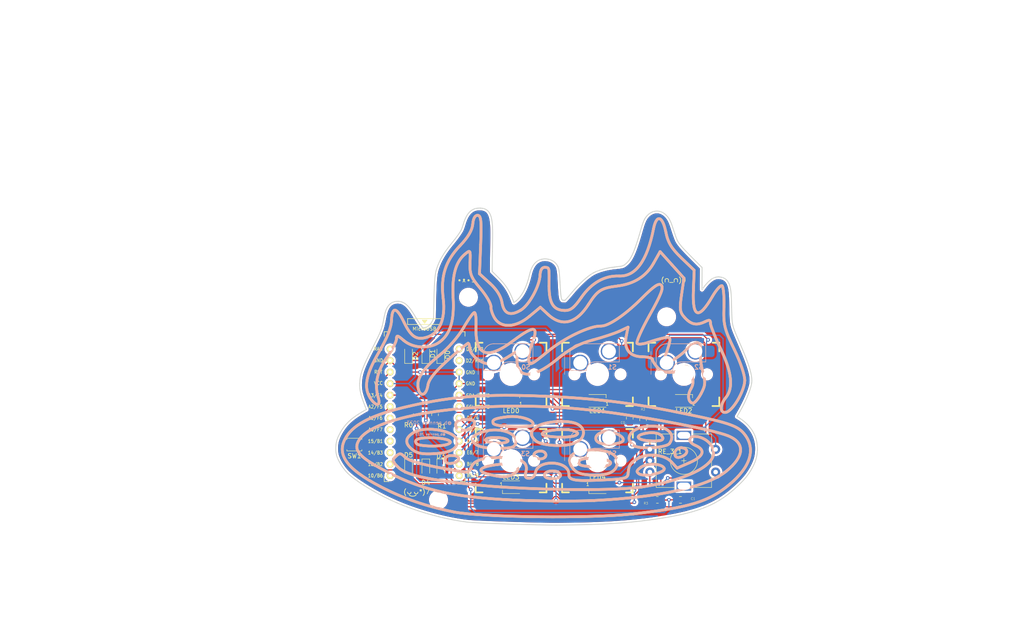
<source format=kicad_pcb>
(kicad_pcb (version 20211014) (generator pcbnew)
  (layers (0 "F.Cu" signal) (31 "B.Cu" signal) (34 "B.Paste" user) (35 "F.Paste" user) (36 "B.SilkS" user "B.Silkscreen") (37 "F.SilkS" user "F.Silkscreen") (38 "B.Mask" user) (39 "F.Mask" user) (44 "Edge.Cuts" user))
  (net 0 "")
  (net 1 "/NC{slash}TX{slash}D3")
  (net 2 "/NC{slash}RX{slash}D2")
  (net 3 "GND")
  (net 4 "/KEY_LEDS")
  (net 6 "/ENCODER0_L1")
  (net 7 "/COL0")
  (net 8 "/COL1")
  (net 9 "/COL2")
  (net 13 "/ENCODER0_L0")
  (net 18 "/ROW1")
  (net 19 "/ROW0")
  (net 20 "VCC")
  (net 21 "/RESET")
  (net 22 "/RAW")
  (net 23 "Net-(D0-Pad2)")
  (net 24 "Net-(D1-Pad2)")
  (net 25 "Net-(D2-Pad2)")
  (net 26 "Net-(D3-Pad2)")
  (net 27 "Net-(D4-Pad2)")
  (net 28 "Net-(D5-Pad2)")
  (net 29 "Net-(LED1-Pad2)")
  (net 30 "Net-(LED3-Pad4)")
  (net 31 "Net-(LED0-Pad2)")
  (net 32 "Net-(LED2-Pad2)")
  (net 34 "Net-(RE_3_1-PadB)")
  (net 35 "Net-(RE_3_1-PadA)")
  (footprint "kbd:ProMicro_v3.5" (layer "F.Cu") (at 130.0366 116.078)
    (fp_text reference "B1" hide)
    (fp_text value "SPARKFUN_PRO_MICRO" hide)
  )
  (footprint "Diode_SMD:D_SOD-323_HandSoldering" (layer "F.Cu") (at 126.492 127.762 -90)
    (fp_text reference "D5")
    (fp_text value "1N4148WT")
  )
  (footprint "LED_SMD:LED_SK6805_PLCC4_2.4x2.7mm_P1.3mm" (layer "F.Cu") (at 187.198 113.03 180)
    (fp_text reference "LED2")
    (fp_text value "SK6812MINI_1")
  )
  (footprint "Resistor_SMD:R_0805_2012Metric_Pad1.20x1.40mm_HandSolder" (layer "F.Cu") (at 128.27 116.078 -90)
    (fp_text reference "R0")
    (fp_text value "Pull up R10k")
  )
  (footprint "LED_SMD:LED_SK6805_PLCC4_2.4x2.7mm_P1.3mm" (layer "F.Cu") (at 168.148 132.08)
    (fp_text reference "LED4")
    (fp_text value "SK6812MINI_1")
  )
  (footprint "Resistor_SMD:R_0805_2012Metric_Pad1.20x1.40mm_HandSolder" (layer "F.Cu") (at 132.334 116.078 90)
    (fp_text reference "R1")
    (fp_text value "Pull up R10k")
  )
  (footprint "LED_SMD:LED_SK6805_PLCC4_2.4x2.7mm_P1.3mm" (layer "F.Cu") (at 149.098 113.03 180)
    (fp_text reference "LED0")
    (fp_text value "SK6812MINI_1")
  )
  (footprint "Resistor_SMD:R_0805_2012Metric_Pad1.20x1.40mm_HandSolder" (layer "F.Cu") (at 178.2 117.2 -90)
    (fp_text reference "R2")
    (fp_text value "Filter R10k")
  )
  (footprint "Resistor_SMD:R_0805_2012Metric_Pad1.20x1.40mm_HandSolder" (layer "F.Cu") (at 181.356 134.874)
    (fp_text reference "R3")
    (fp_text value "Filter R10k")
  )
  (footprint "Diode_SMD:D_SOD-323_HandSoldering" (layer "F.Cu") (at 126.492 102.87 90)
    (fp_text reference "D2")
    (fp_text value "1N4148WT")
  )
  (footprint "pizzapad:RotaryEncoder_Alps_EC11E-Switch_Vertical_H20mm" (layer "F.Cu") (at 179.694 123.738)
    (fp_text reference "RE_3_1")
    (fp_text value "Encoder")
  )
  (footprint "LED_SMD:LED_SK6805_PLCC4_2.4x2.7mm_P1.3mm" (layer "F.Cu") (at 168.148 113.03 180)
    (fp_text reference "LED1")
    (fp_text value "SK6812MINI_1")
  )
  (footprint "Diode_SMD:D_SOD-323_HandSoldering" (layer "F.Cu") (at 130.302 102.87 90)
    (fp_text reference "D1")
    (fp_text value "1N4148WT")
  )
  (footprint "Capacitor_SMD:C_0805_2012Metric_Pad1.18x1.45mm_HandSolder" (layer "F.Cu") (at 186.436 134.874 180)
    (fp_text reference "C1")
    (fp_text value "Filter C0.01uF")
  )
  (footprint "Button_Switch_SMD:SW_SPST_B3U-1000P" (layer "F.Cu") (at 114.554 122.682 180)
    (fp_text reference "SW1")
    (fp_text value "SW_SPST")
  )
  (footprint "LED_SMD:LED_SK6805_PLCC4_2.4x2.7mm_P1.3mm" (layer "F.Cu") (at 149.098 132.08)
    (fp_text reference "LED3")
    (fp_text value "SK6812MINI_1")
  )
  (footprint "MountingHole:MountingHole_3.2mm_M3_ISO7380" (layer "F.Cu") (at 139.7 90.17)
    (fp_text reference "•ᴥ•1")
    (fp_text value "_")
  )
  (footprint "MountingHole:MountingHole_3.2mm_M3_ISO7380" (layer "F.Cu") (at 183.388 94.488)
    (fp_text reference "(∩_∩)0")
    (fp_text value "_")
  )
  (footprint "MountingHole:MountingHole_3.2mm_M3_ISO7380" (layer "F.Cu") (at 133.096 134.874)
    (fp_text reference "(◡‿◡*)7")
    (fp_text value "_")
  )
  (footprint "Diode_SMD:D_SOD-323_HandSoldering" (layer "F.Cu") (at 130.302 127.762 -90)
    (fp_text reference "D4")
    (fp_text value "1N4148WT")
  )
  (footprint "Diode_SMD:D_SOD-323_HandSoldering" (layer "F.Cu") (at 133.604 127.762 -90)
    (fp_text reference "D3")
    (fp_text value "1N4148WT")
  )
  (footprint "Capacitor_SMD:C_0805_2012Metric_Pad1.18x1.45mm_HandSolder" (layer "F.Cu") (at 175.26 116.84 -90)
    (fp_text reference "C0")
    (fp_text value "Filter C0.01uF")
  )
  (footprint "Diode_SMD:D_SOD-323_HandSoldering" (layer "F.Cu") (at 133.604 102.87 90)
    (fp_text reference "D0")
    (fp_text value "1N4148WT")
  )
  (footprint "pizzapad:Kailh-CPG151101S11_MX_Socket-1.00u" (layer "B.Cu") (at 168.148 126.238 180)
    (fp_text reference "S4")
    (fp_text value "Cherry MX Switch" hide)
  )
  (footprint "pizzapad:Kailh-CPG151101S11_MX_Socket-1.00u" (layer "B.Cu") (at 149.098 107.188 180)
    (fp_text reference "S0")
    (fp_text value "Cherry MX Switch" hide)
  )
  (footprint "pizzapad:Kailh-CPG151101S11_MX_Socket-1.00u" (layer "B.Cu") (at 149.098 126.238 180)
    (fp_text reference "S3")
    (fp_text value "Cherry MX Switch" hide)
  )
  (footprint "pizzapad:Kailh-CPG151101S11_MX_Socket-1.00u" (layer "B.Cu") (at 187.198 107.188 180)
    (fp_text reference "S2")
    (fp_text value "Cherry MX Switch" hide)
  )
  (footprint "pizzapad:Kailh-CPG151101S11_MX_Socket-1.00u" (layer "B.Cu") (at 168.148 107.188 180)
    (fp_text reference "S1")
    (fp_text value "Cherry MX Switch" hide)
  )
  (gr_curve (pts (xy 167.055205 129.419605) (xy 164.758545 129.341705) (xy 163.618345 128.988635) (xy 162.905625 128.134555)) (layer "B.SilkS") (width 0.6))
  (gr_line (start 162.905625 128.134555) (end 162.905625 128.134555) (layer "B.SilkS") (width 0.6))
  (gr_curve (pts (xy 182.864745 127.969645) (xy 182.551895 126.867445) (xy 179.184745 126.657635) (xy 177.766105 127.651955)) (layer "B.SilkS") (width 0.6))
  (gr_curve (pts (xy 137.225255 122.041045) (xy 137.158255 123.712465) (xy 135.622545 124.497035) (xy 132.026795 124.697055)) (layer "B.SilkS") (width 0.6))
  (gr_curve (pts (xy 128.301645 122.505785) (xy 128.780215 123.024385) (xy 132.673725 123.185495) (xy 134.543225 122.763885)) (layer "B.SilkS") (width 0.6))
  (gr_curve (pts (xy 144.441665 87.0959) (xy 145.934755 88.456288) (xy 146.870785 89.951828) (xy 147.096785 91.338268)) (layer "B.SilkS") (width 0.6))
  (gr_curve (pts (xy 168.925665 96.525908) (xy 170.531145 96.585508) (xy 174.288915 94.033568) (xy 177.828875 90.479808)) (layer "B.SilkS") (width 0.6))
  (gr_curve (pts (xy 170.652885 130.423045) (xy 174.387415 130.221115) (xy 174.870235 130.047565) (xy 174.925295 128.887495)) (layer "B.SilkS") (width 0.6))
  (gr_curve (pts (xy 135.168175 104.041568) (xy 132.282175 106.643818) (xy 130.956105 108.310405) (xy 130.766155 109.573945)) (layer "B.SilkS") (width 0.6))
  (gr_curve (pts (xy 185.334555 125.196845) (xy 184.854065 124.344655) (xy 185.583925 123.337985) (xy 186.651255 123.380825)) (layer "B.SilkS") (width 0.6))
  (gr_curve (pts (xy 134.575825 125.999815) (xy 134.601425 125.365325) (xy 135.176025 125.047015) (xy 136.220285 125.088955)) (layer "B.SilkS") (width 0.6))
  (gr_curve (pts (xy 174.925295 128.887495) (xy 175.003395 127.230295) (xy 175.598315 126.418765) (xy 177.341295 125.588895)) (layer "B.SilkS") (width 0.6))
  (gr_curve (pts (xy 147.628705 125.547175) (xy 151.565295 125.705285) (xy 152.985275 126.700895) (xy 152.331685 128.844725)) (layer "B.SilkS") (width 0.6))
  (gr_curve (pts (xy 166.187075 91.724548) (xy 163.433445 96.018398) (xy 160.286205 96.796508) (xy 157.223755 93.940648)) (layer "B.SilkS") (width 0.6))
  (gr_curve (pts (xy 188.831895 107.229635) (xy 188.119615 105.293678) (xy 187.701975 105.028358) (xy 186.700175 105.875318)) (layer "B.SilkS") (width 0.6))
  (gr_curve (pts (xy 191.855435 95.560068) (xy 190.009705 96.454468) (xy 188.817445 96.223868) (xy 187.411965 94.700808)) (layer "B.SilkS") (width 0.6))
  (gr_curve (pts (xy 133.256745 103.013648) (xy 135.209915 101.459728) (xy 137.468375 98.882728) (xy 138.595175 96.922248)) (layer "B.SilkS") (width 0.6))
  (gr_line (start 174.880245 96.776658) (end 172.997065 97.656568) (layer "B.SilkS") (width 0.6))
  (gr_curve (pts (xy 161.832215 129.216245) (xy 161.775115 130.636875) (xy 163.169865 130.827695) (xy 170.652885 130.423045)) (layer "B.SilkS") (width 0.6))
  (gr_curve (pts (xy 127.483135 120.105355) (xy 130.279745 118.309395) (xy 137.318975 119.708015) (xy 137.225255 122.041045)) (layer "B.SilkS") (width 0.6))
  (gr_curve (pts (xy 119.969145 102.267038) (xy 121.801415 99.120768) (xy 122.674565 96.893408) (xy 122.742945 95.190948)) (layer "B.SilkS") (width 0.6))
  (gr_line (start 170.256025 127.324325) (end 170.256025 127.324325) (layer "B.SilkS") (width 0.6))
  (gr_curve (pts (xy 186.651255 123.380825) (xy 188.088145 123.438525) (xy 188.269635 124.587515) (xy 186.943105 125.230295)) (layer "B.SilkS") (width 0.6))
  (gr_line (start 145.192355 118.024385) (end 145.192355 118.024385) (layer "B.SilkS") (width 0.6))
  (gr_curve (pts (xy 140.286815 127.745285) (xy 140.784695 126.112225) (xy 143.258375 125.371625) (xy 147.628705 125.547175)) (layer "B.SilkS") (width 0.6))
  (gr_line (start 185.334285 125.196895) (end 185.334555 125.196845) (layer "B.SilkS") (width 0.6))
  (gr_curve (pts (xy 190.858455 102.294328) (xy 190.743015 103.197158) (xy 190.973895 105.148908) (xy 191.371235 106.631568)) (layer "B.SilkS") (width 0.6))
  (gr_line (start 184.582735 83.033262) (end 181.953905 80.101818) (layer "B.SilkS") (width 0.6))
  (gr_line (start 189.469105 84.21567) (end 189.288945 88.701653) (layer "B.SilkS") (width 0.6))
  (gr_curve (pts (xy 196.511905 128.574445) (xy 200.623745 125.246695) (xy 200.765865 122.255645) (xy 196.885145 120.719855)) (layer "B.SilkS") (width 0.6))
  (gr_curve (pts (xy 128.661185 110.459345) (xy 128.086415 108.359665) (xy 129.581165 105.937898) (xy 133.256745 103.013648)) (layer "B.SilkS") (width 0.6))
  (gr_curve (pts (xy 153.867845 118.328655) (xy 153.351055 119.094305) (xy 145.643205 118.823955) (xy 145.192355 118.024385)) (layer "B.SilkS") (width 0.6))
  (gr_curve (pts (xy 148.435445 121.845935) (xy 148.449145 121.504165) (xy 147.341905 121.179625) (xy 145.974845 121.124725)) (layer "B.SilkS") (width 0.6))
  (gr_curve (pts (xy 189.733485 122.862235) (xy 187.797065 122.035575) (xy 188.178015 120.559475) (xy 190.230505 120.936495)) (layer "B.SilkS") (width 0.6))
  (gr_curve (pts (xy 130.492555 99.003068) (xy 133.323945 98.151938) (xy 134.685535 94.975168) (xy 134.139755 90.493748)) (layer "B.SilkS") (width 0.6))
  (gr_line (start 154.211405 125.184855) (end 154.211405 125.184855) (layer "B.SilkS") (width 0.6))
  (gr_curve (pts (xy 180.275785 103.892058) (xy 180.288085 103.584148) (xy 179.285965 103.320218) (xy 178.048695 103.305628)) (layer "B.SilkS") (width 0.6))
  (gr_curve (pts (xy 183.062665 103.235148) (xy 182.602265 104.542628) (xy 182.700575 104.649848) (xy 184.057995 104.320808)) (layer "B.SilkS") (width 0.6))
  (gr_curve (pts (xy 121.656665 103.543848) (xy 119.511165 106.609228) (xy 118.938675 109.425455) (xy 119.845995 112.450825)) (layer "B.SilkS") (width 0.6))
  (gr_curve (pts (xy 152.991485 104.065128) (xy 153.126355 105.358868) (xy 153.473975 105.198628) (xy 157.212215 102.119368)) (layer "B.SilkS") (width 0.6))
  (gr_line (start 181.953905 80.101818) (end 180.532805 82.631211) (layer "B.SilkS") (width 0.6))
  (gr_curve (pts (xy 123.680495 125.284375) (xy 124.533185 124.497485) (xy 124.765065 124.515415) (xy 125.709785 125.441435)) (layer "B.SilkS") (width 0.6))
  (gr_curve (pts (xy 190.230505 120.936495) (xy 192.240315 121.305665) (xy 193.826295 122.945915) (xy 193.760375 124.587155)) (layer "B.SilkS") (width 0.6))
  (gr_curve (pts (xy 160.804895 93.090068) (xy 162.188465 93.145668) (xy 162.938195 92.573568) (xy 164.607475 90.188498)) (layer "B.SilkS") (width 0.6))
  (gr_line (start 163.348195 120.636275) (end 163.348195 120.636275) (layer "B.SilkS") (width 0.6))
  (gr_curve (pts (xy 188.470365 126.656665) (xy 191.593025 125.291645) (xy 192.069735 123.859525) (xy 189.733485 122.862235)) (layer "B.SilkS") (width 0.6))
  (gr_curve (pts (xy 143.464295 121.646325) (xy 143.450595 121.988075) (xy 144.557865 122.312635) (xy 145.924925 122.367535)) (layer "B.SilkS") (width 0.6))
  (gr_curve (pts (xy 141.014315 93.541468) (xy 141.270645 93.551468) (xy 141.430565 94.798878) (xy 141.369705 96.314548)) (layer "B.SilkS") (width 0.6))
  (gr_curve (pts (xy 139.371475 117.125175) (xy 140.819675 117.183375) (xy 141.187845 117.445205) (xy 140.994635 118.279565)) (layer "B.SilkS") (width 0.6))
  (gr_curve (pts (xy 177.766105 127.651955) (xy 176.741775 128.369915) (xy 176.648475 128.666955) (xy 177.300175 129.135145)) (layer "B.SilkS") (width 0.6))
  (gr_curve (pts (xy 145.510685 94.826838) (xy 145.009185 94.045888) (xy 144.620365 92.871268) (xy 144.646625 92.216548)) (layer "B.SilkS") (width 0.6))
  (gr_curve (pts (xy 180.415175 118.603875) (xy 183.773775 118.738765) (xy 185.417965 120.473235) (xy 184.035035 122.422495)) (layer "B.SilkS") (width 0.6))
  (gr_curve (pts (xy 188.191405 116.026315) (xy 197.501655 117.955695) (xy 199.276655 118.609265) (xy 200.754985 120.652395)) (layer "B.SilkS") (width 0.6))
  (gr_curve (pts (xy 153.097165 130.123595) (xy 153.801765 130.151795) (xy 154.335725 129.645355) (xy 154.492475 128.799995)) (layer "B.SilkS") (width 0.6))
  (gr_curve (pts (xy 200.754985 120.652395) (xy 203.044925 123.817025) (xy 201.804215 127.688775) (xy 197.296815 131.443625)) (layer "B.SilkS") (width 0.6))
  (gr_curve (pts (xy 156.507515 83.581506) (xy 157.560695 83.623916) (xy 157.521275 83.456856) (xy 157.485825 87.727001)) (layer "B.SilkS") (width 0.6))
  (gr_curve (pts (xy 127.350545 123.810995) (xy 125.632295 122.455775) (xy 125.674595 121.266245) (xy 127.483135 120.105355)) (layer "B.SilkS") (width 0.6))
  (gr_curve (pts (xy 181.455255 105.754508) (xy 180.794185 105.038118) (xy 180.263405 104.199998) (xy 180.275785 103.892058)) (layer "B.SilkS") (width 0.6))
  (gr_line (start 186.676945 89.644718) (end 187.211625 85.964686) (layer "B.SilkS") (width 0.6))
  (gr_curve (pts (xy 163.356085 122.262095) (xy 161.068135 123.306455) (xy 155.549465 122.978545) (xy 154.397115 121.729775)) (layer "B.SilkS") (width 0.6))
  (gr_curve (pts (xy 115.741025 121.431895) (xy 114.200175 123.589405) (xy 115.248515 125.131095) (xy 120.057815 127.780335)) (layer "B.SilkS") (width 0.6))
  (gr_line (start 134.543225 122.763885) (end 134.543225 122.764025) (layer "B.SilkS") (width 0.6))
  (gr_curve (pts (xy 148.151465 103.492568) (xy 146.873695 104.286748) (xy 145.081095 104.906498) (xy 144.167935 104.869808)) (layer "B.SilkS") (width 0.6))
  (gr_line (start 184.431605 126.486375) (end 185.704475 127.865765) (layer "B.SilkS") (width 0.6))
  (gr_curve (pts (xy 184.057995 104.320808) (xy 184.886385 104.119928) (xy 186.495635 103.005388) (xy 187.634055 101.843908)) (layer "B.SilkS") (width 0.6))
  (gr_curve (pts (xy 156.542835 129.670865) (xy 157.011465 130.501955) (xy 159.953675 130.329255) (xy 160.007075 129.467525)) (layer "B.SilkS") (width 0.6))
  (gr_curve (pts (xy 137.359545 128.519825) (xy 139.543965 128.899095) (xy 139.969385 128.786515) (xy 140.286815 127.745285)) (layer "B.SilkS") (width 0.6))
  (gr_curve (pts (xy 162.860305 119.631135) (xy 161.156595 119.014135) (xy 155.997285 119.529135) (xy 155.965535 120.319335)) (layer "B.SilkS") (width 0.6))
  (gr_line (start 176.244075 122.933695) (end 176.244075 122.933695) (layer "B.SilkS") (width 0.6))
  (gr_curve (pts (xy 144.646625 92.216548) (xy 144.672925 91.561828) (xy 143.624665 89.767808) (xy 142.317175 88.229804)) (layer "B.SilkS") (width 0.6))
  (gr_curve (pts (xy 182.538225 121.192895) (xy 182.254035 120.209245) (xy 180.623795 119.800555) (xy 178.638025 120.214985)) (layer "B.SilkS") (width 0.6))
  (gr_curve (pts (xy 141.306085 122.613275) (xy 139.838275 121.446815) (xy 140.458745 120.561935) (xy 143.317975 119.743995)) (layer "B.SilkS") (width 0.6))
  (gr_curve (pts (xy 188.732795 110.386255) (xy 189.324645 109.379675) (xy 189.348135 108.632445) (xy 188.831895 107.229635)) (layer "B.SilkS") (width 0.6))
  (gr_line (start 155.548315 92.378198) (end 153.123265 94.398358) (layer "B.SilkS") (width 0.6))
  (gr_curve (pts (xy 184.035035 122.422495) (xy 183.344095 123.396375) (xy 177.528235 123.777975) (xy 176.244075 122.933695)) (layer "B.SilkS") (width 0.6))
  (gr_curve (pts (xy 193.760375 124.587155) (xy 193.638825 127.613575) (xy 187.231825 130.618985) (xy 177.879565 132.036565)) (layer "B.SilkS") (width 0.6))
  (gr_curve (pts (xy 137.864325 78.768277) (xy 139.626095 76.921783) (xy 140.523035 75.400467) (xy 140.645335 74.051252)) (layer "B.SilkS") (width 0.6))
  (gr_curve (pts (xy 200.616815 108.590305) (xy 200.508225 111.004835) (xy 197.908875 115.345415) (xy 196.440005 115.567565)) (layer "B.SilkS") (width 0.6))
  (gr_curve (pts (xy 154.625005 118.823165) (xy 156.052175 117.645595) (xy 160.808575 117.164365) (xy 163.217895 117.953825)) (layer "B.SilkS") (width 0.6))
  (gr_curve (pts (xy 156.671245 125.331055) (xy 156.166165 126.079355) (xy 154.665495 125.990185) (xy 154.211405 125.184855)) (layer "B.SilkS") (width 0.6))
  (gr_line (start 185.704475 127.865765) (end 188.470365 126.656665) (layer "B.SilkS") (width 0.6))
  (gr_line (start 187.211625 85.964686) (end 184.582735 83.033262) (layer "B.SilkS") (width 0.6))
  (gr_curve (pts (xy 195.605655 87.641453) (xy 195.913035 87.82491) (xy 196.099345 89.933018) (xy 196.019775 92.326038)) (layer "B.SilkS") (width 0.6))
  (gr_curve (pts (xy 150.253415 127.457825) (xy 149.716185 126.867305) (xy 148.622645 126.772175) (xy 146.036525 127.090995)) (layer "B.SilkS") (width 0.6))
  (gr_curve (pts (xy 196.452505 112.296745) (xy 198.156145 110.222885) (xy 197.782815 106.720315) (xy 195.307975 101.558528)) (layer "B.SilkS") (width 0.6))
  (gr_curve (pts (xy 164.607475 90.188498) (xy 166.855635 86.976449) (xy 169.715005 85.356775) (xy 172.910935 85.48514)) (layer "B.SilkS") (width 0.6))
  (gr_curve (pts (xy 172.910935 85.48514) (xy 176.560485 85.631734) (xy 179.104335 82.137034) (xy 180.504095 75.053752)) (layer "B.SilkS") (width 0.6))
  (gr_curve (pts (xy 172.577495 87.685151) (xy 168.961735 88.135534) (xy 168.166345 88.638155) (xy 166.187075 91.724548)) (layer "B.SilkS") (width 0.6))
  (gr_curve (pts (xy 151.232015 93.019818) (xy 153.094285 91.903768) (xy 155.372805 87.750334) (xy 155.493115 85.252356)) (layer "B.SilkS") (width 0.6))
  (gr_curve (pts (xy 167.123535 99.595548) (xy 164.131885 100.389578) (xy 162.140455 101.471288) (xy 159.166935 103.917398)) (layer "B.SilkS") (width 0.6))
  (gr_curve (pts (xy 177.879565 132.036565) (xy 171.414165 133.016415) (xy 151.064865 132.692065) (xy 140.005175 131.432605)) (layer "B.SilkS") (width 0.6))
  (gr_curve (pts (xy 172.515745 126.655625) (xy 172.437345 128.608085) (xy 170.596845 129.539715) (xy 167.055205 129.419605)) (layer "B.SilkS") (width 0.6))
  (gr_curve (pts (xy 125.709785 125.441435) (xy 126.669615 126.382255) (xy 129.776625 127.203255) (xy 137.359545 128.519825)) (layer "B.SilkS") (width 0.6))
  (gr_curve (pts (xy 176.244075 122.933675) (xy 173.506215 121.133695) (xy 176.109875 118.430975) (xy 180.415175 118.603875)) (layer "B.SilkS") (width 0.6))
  (gr_curve (pts (xy 170.256025 127.324345) (xy 172.081605 126.706655) (xy 170.642755 125.849095) (xy 167.573905 125.725835)) (layer "B.SilkS") (width 0.6))
  (gr_line (start 186.638915 81.490461) (end 189.469105 84.21567) (layer "B.SilkS") (width 0.6))
  (gr_curve (pts (xy 132.026795 124.697055) (xy 129.558035 124.834345) (xy 128.361365 124.607755) (xy 127.351395 123.811015)) (layer "B.SilkS") (width 0.6))
  (gr_line (start 150.405615 103.769828) (end 150.474715 102.048628) (layer "B.SilkS") (width 0.6))
  (gr_curve (pts (xy 157.212215 102.119368) (xy 160.841325 99.129998) (xy 166.484235 96.435368) (xy 168.925665 96.525908)) (layer "B.SilkS") (width 0.6))
  (gr_curve (pts (xy 155.965535 120.319335) (xy 155.936035 121.054575) (xy 162.163005 121.321815) (xy 163.348195 120.636275)) (layer "B.SilkS") (width 0.6))
  (gr_curve (pts (xy 120.057815 127.780335) (xy 128.876045 132.637885) (xy 135.648215 134.268135) (xy 149.670785 134.908975)) (layer "B.SilkS") (width 0.6))
  (gr_line (start 142.135625 84.99485) (end 144.441665 87.0959) (layer "B.SilkS") (width 0.6))
  (gr_curve (pts (xy 163.217895 117.953825) (xy 165.615875 118.739545) (xy 165.694585 121.194595) (xy 163.356085 122.262095)) (layer "B.SilkS") (width 0.6))
  (gr_curve (pts (xy 126.738215 114.173215) (xy 136.407425 111.976335) (xy 143.559785 111.460345) (xy 156.610115 112.017985)) (layer "B.SilkS") (width 0.6))
  (gr_curve (pts (xy 149.670785 134.908975) (xy 155.249885 135.163935) (xy 163.230315 135.209525) (xy 167.405055 135.010255)) (layer "B.SilkS") (width 0.6))
  (gr_curve (pts (xy 156.610115 112.017985) (xy 168.343995 112.519445) (xy 175.890925 113.477335) (xy 188.191405 116.026315)) (layer "B.SilkS") (width 0.6))
  (gr_curve (pts (xy 131.968475 121.183895) (xy 128.826225 121.057685) (xy 127.429865 121.561045) (xy 128.301645 122.505785)) (layer "B.SilkS") (width 0.6))
  (gr_curve (pts (xy 152.331685 128.844725) (xy 152.056205 129.748325) (xy 152.260785 130.089975) (xy 153.097165 130.123595)) (layer "B.SilkS") (width 0.6))
  (gr_curve (pts (xy 160.007075 129.467535) (xy 160.027875 129.126025) (xy 159.598755 128.735015) (xy 159.052655 128.598555)) (layer "B.SilkS") (width 0.6))
  (gr_curve (pts (xy 182.224425 87.52318) (xy 182.756725 88.10009) (xy 182.150525 89.650038) (xy 179.669195 94.070088)) (layer "B.SilkS") (width 0.6))
  (gr_curve (pts (xy 139.925975 101.252008) (xy 139.945875 100.752668) (xy 139.813175 100.338108) (xy 139.630315 100.330808)) (layer "B.SilkS") (width 0.6))
  (gr_curve (pts (xy 198.290475 101.650518) (xy 199.690095 104.532308) (xy 200.668545 107.451005) (xy 200.616815 108.590305)) (layer "B.SilkS") (width 0.6))
  (gr_curve (pts (xy 136.220285 125.088955) (xy 138.166955 125.167155) (xy 137.895235 126.617915) (xy 135.894095 126.830725)) (layer "B.SilkS") (width 0.6))
  (gr_curve (pts (xy 143.317975 119.743995) (xy 146.582315 118.810175) (xy 150.530465 120.171255) (xy 150.175015 122.107935)) (layer "B.SilkS") (width 0.6))
  (gr_line (start 168.491375 122.254075) (end 168.491375 122.254075) (layer "B.SilkS") (width 0.6))
  (gr_curve (pts (xy 153.123265 94.398358) (xy 150.145845 96.878708) (xy 146.944135 97.058918) (xy 145.510685 94.826838)) (layer "B.SilkS") (width 0.6))
  (gr_curve (pts (xy 153.590935 100.761948) (xy 153.180345 101.803328) (xy 152.910575 103.289738) (xy 152.991485 104.065128)) (layer "B.SilkS") (width 0.6))
  (gr_curve (pts (xy 124.113645 127.593905) (xy 122.877155 126.335125) (xy 122.827665 126.071285) (xy 123.680495 125.284375)) (layer "B.SilkS") (width 0.6))
  (gr_curve (pts (xy 183.215345 75.785036) (xy 183.673935 78.088978) (xy 184.450905 79.383685) (xy 186.638915 81.490461)) (layer "B.SilkS") (width 0.6))
  (gr_curve (pts (xy 186.700175 105.875318) (xy 185.227715 107.120165) (xy 182.660905 107.061085) (xy 181.455255 105.754508)) (layer "B.SilkS") (width 0.6))
  (gr_line (start 140.005175 131.432605) (end 140.005175 131.432605) (layer "B.SilkS") (width 0.6))
  (gr_curve (pts (xy 141.369705 96.314548) (xy 141.097625 103.088958) (xy 143.675195 104.187868) (xy 149.533245 99.794918)) (layer "B.SilkS") (width 0.6))
  (gr_curve (pts (xy 167.573905 125.725835) (xy 164.704175 125.610515) (xy 163.369675 126.141125) (xy 164.217795 127.060225)) (layer "B.SilkS") (width 0.6))
  (gr_curve (pts (xy 123.817375 99.440318) (xy 123.793475 100.033318) (xy 122.821255 101.879868) (xy 121.656665 103.543848)) (layer "B.SilkS") (width 0.6))
  (gr_curve (pts (xy 119.845995 112.450825) (xy 120.402775 114.307345) (xy 119.246965 114.271895) (xy 118.042015 112.395525)) (layer "B.SilkS") (width 0.6))
  (gr_curve (pts (xy 138.909675 80.675071) (xy 136.876875 82.371408) (xy 136.037715 85.475067) (xy 136.323705 90.239558)) (layer "B.SilkS") (width 0.6))
  (gr_curve (pts (xy 182.891975 99.114698) (xy 184.484255 98.820268) (xy 184.498275 99.158498) (xy 183.062665 103.235148)) (layer "B.SilkS") (width 0.6))
  (gr_curve (pts (xy 118.041645 112.395565) (xy 116.548145 110.069965) (xy 117.093275 107.205095) (xy 119.969145 102.267038)) (layer "B.SilkS") (width 0.6))
  (gr_curve (pts (xy 167.730075 123.864925) (xy 170.880095 123.991455) (xy 172.582855 124.984385) (xy 172.515745 126.655625)) (layer "B.SilkS") (width 0.6))
  (gr_curve (pts (xy 178.638025 120.214985) (xy 176.109115 120.742745) (xy 176.885145 121.743845) (xy 179.917635 121.865665)) (layer "B.SilkS") (width 0.6))
  (gr_curve (pts (xy 196.440005 115.567565) (xy 195.093525 115.771405) (xy 195.100445 113.942555) (xy 196.452505 112.296745)) (layer "B.SilkS") (width 0.6))
  (gr_curve (pts (xy 166.316865 115.030375) (xy 143.889125 112.601595) (xy 119.876835 115.640885) (xy 115.741025 121.431895)) (layer "B.SilkS") (width 0.6))
  (gr_curve (pts (xy 146.189405 123.493035) (xy 143.727875 123.513535) (xy 142.061065 123.213315) (xy 141.306085 122.613275)) (layer "B.SilkS") (width 0.6))
  (gr_curve (pts (xy 120.332225 131.966125) (xy 112.615135 127.950865) (xy 110.391075 124.680685) (xy 112.806945 120.901115)) (layer "B.SilkS") (width 0.6))
  (gr_curve (pts (xy 125.504985 95.709068) (xy 127.022675 98.882588) (xy 128.233405 99.682168) (xy 130.492555 99.003068)) (layer "B.SilkS") (width 0.6))
  (gr_curve (pts (xy 169.318695 119.950395) (xy 171.226615 119.552245) (xy 174.184655 120.758695) (xy 173.803305 121.779515)) (layer "B.SilkS") (width 0.6))
  (gr_curve (pts (xy 146.036525 127.090995) (xy 142.139305 127.571645) (xy 141.292245 128.497675) (xy 144.093815 129.215435)) (layer "B.SilkS") (width 0.6))
  (gr_curve (pts (xy 134.139755 90.493748) (xy 133.533805 85.519627) (xy 134.587595 82.202543) (xy 137.864325 78.768277)) (layer "B.SilkS") (width 0.6))
  (gr_curve (pts (xy 177.828875 90.479808) (xy 180.651355 87.646269) (xy 181.692025 86.94628) (xy 182.224425 87.52318)) (layer "B.SilkS") (width 0.6))
  (gr_curve (pts (xy 156.407115 124.331665) (xy 156.761795 124.571055) (xy 156.880655 125.020775) (xy 156.671245 125.331055)) (layer "B.SilkS") (width 0.6))
  (gr_curve (pts (xy 134.543225 122.764025) (xy 136.941635 122.223385) (xy 135.477525 121.324825) (xy 131.968475 121.183895)) (layer "B.SilkS") (width 0.6))
  (gr_curve (pts (xy 193.470935 90.018738) (xy 194.337695 88.527743) (xy 195.298335 87.45794) (xy 195.605655 87.641453)) (layer "B.SilkS") (width 0.6))
  (gr_curve (pts (xy 140.994635 118.279565) (xy 140.712875 119.495965) (xy 137.662845 120.004215) (xy 137.060045 118.935115)) (layer "B.SilkS") (width 0.6))
  (gr_curve (pts (xy 138.595175 96.922248) (xy 139.669345 95.053348) (xy 140.757985 93.531988) (xy 141.014315 93.541468)) (layer "B.SilkS") (width 0.6))
  (gr_curve (pts (xy 178.048695 103.305628) (xy 175.219165 103.272228) (xy 173.921205 101.623918) (xy 174.484045 98.778908)) (layer "B.SilkS") (width 0.6))
  (gr_line (start 174.484045 98.778908) (end 174.880245 96.776658) (layer "B.SilkS") (width 0.6))
  (gr_line (start 134.575825 125.999815) (end 134.575825 125.999815) (layer "B.SilkS") (width 0.6))
  (gr_curve (pts (xy 159.052655 128.598555) (xy 157.608945 128.237775) (xy 156.098635 128.883135) (xy 156.542835 129.670865)) (layer "B.SilkS") (width 0.6))
  (gr_curve (pts (xy 197.296815 131.443625) (xy 192.693305 135.278535) (xy 188.575325 136.546445) (xy 176.106995 137.967775)) (layer "B.SilkS") (width 0.6))
  (gr_curve (pts (xy 149.736815 129.096925) (xy 150.714425 128.434325) (xy 150.824375 128.085385) (xy 150.253415 127.457825)) (layer "B.SilkS") (width 0.6))
  (gr_curve (pts (xy 176.106995 137.967775) (xy 166.946725 139.011995) (xy 142.513685 138.749495) (xy 136.486055 137.542145)) (layer "B.SilkS") (width 0.6))
  (gr_curve (pts (xy 163.348185 120.636265) (xy 164.035335 120.238765) (xy 163.928125 120.017845) (xy 162.860305 119.631135)) (layer "B.SilkS") (width 0.6))
  (gr_curve (pts (xy 187.411965 94.700808) (xy 186.299005 93.494718) (xy 186.208195 92.870188) (xy 186.676945 89.644718)) (layer "B.SilkS") (width 0.6))
  (gr_curve (pts (xy 154.492475 128.799995) (xy 155.043245 125.829245) (xy 161.952515 126.221065) (xy 161.832215 129.216245)) (layer "B.SilkS") (width 0.6))
  (gr_curve (pts (xy 179.917635 121.865665) (xy 181.919755 121.945965) (xy 182.698115 121.746255) (xy 182.538225 121.192895)) (layer "B.SilkS") (width 0.6))
  (gr_curve (pts (xy 177.300175 129.135145) (xy 178.365515 129.900515) (xy 183.129555 128.902715) (xy 182.864745 127.969645)) (layer "B.SilkS") (width 0.6))
  (gr_curve (pts (xy 122.742945 95.190948) (xy 122.866475 92.115258) (xy 123.876945 92.304808) (xy 125.504985 95.709068)) (layer "B.SilkS") (width 0.6))
  (gr_curve (pts (xy 173.803305 121.779515) (xy 173.509815 122.565205) (xy 169.847555 122.892375) (xy 168.491375 122.254075)) (layer "B.SilkS") (width 0.6))
  (gr_line (start 142.393895 78.563967) (end 142.135625 84.99485) (layer "B.SilkS") (width 0.6))
  (gr_curve (pts (xy 136.486055 137.542145) (xy 130.398205 136.322665) (xy 125.368485 134.586515) (xy 120.332225 131.966125)) (layer "B.SilkS") (width 0.6))
  (gr_curve (pts (xy 190.980245 111.439455) (xy 190.367885 112.601095) (xy 189.573945 113.539775) (xy 189.215915 113.525395)) (layer "B.SilkS") (width 0.6))
  (gr_curve (pts (xy 112.806945 120.901115) (xy 114.667785 117.989845) (xy 118.868235 115.961315) (xy 126.738215 114.173215)) (layer "B.SilkS") (width 0.6))
  (gr_line (start 149.736815 129.096995) (end 149.736815 129.096995) (layer "B.SilkS") (width 0.6))
  (gr_curve (pts (xy 154.211385 125.184845) (xy 153.770215 124.402515) (xy 155.510315 123.726385) (xy 156.407115 124.331665)) (layer "B.SilkS") (width 0.6))
  (gr_line (start 128.660405 110.459345) (end 128.661185 110.459345) (layer "B.SilkS") (width 0.6))
  (gr_line (start 141.306085 122.613275) (end 141.306085 122.613275) (layer "B.SilkS") (width 0.6))
  (gr_curve (pts (xy 144.167935 104.869808) (xy 142.344965 104.796608) (xy 139.868425 102.684448) (xy 139.925975 101.252008)) (layer "B.SilkS") (width 0.6))
  (gr_curve (pts (xy 144.093815 129.215435) (xy 147.173935 130.004555) (xy 148.436905 129.978025) (xy 149.736815 129.096995)) (layer "B.SilkS") (width 0.6))
  (gr_line (start 150.474715 102.048628) (end 148.151465 103.492568) (layer "B.SilkS") (width 0.6))
  (gr_curve (pts (xy 149.533245 99.794918) (xy 154.380695 96.159868) (xy 155.317465 96.383088) (xy 153.590935 100.761948)) (layer "B.SilkS") (width 0.6))
  (gr_curve (pts (xy 155.493115 85.252356) (xy 155.546515 84.154068) (xy 155.908255 83.557435) (xy 156.507515 83.581506)) (layer "B.SilkS") (width 0.6))
  (gr_curve (pts (xy 147.096785 91.338268) (xy 147.507165 93.855268) (xy 148.895705 94.419938) (xy 151.232015 93.019818)) (layer "B.SilkS") (width 0.6))
  (gr_curve (pts (xy 145.974845 121.124725) (xy 144.607745 121.069925) (xy 143.478045 121.304635) (xy 143.464295 121.646325)) (layer "B.SilkS") (width 0.6))
  (gr_curve (pts (xy 177.341295 125.588895) (xy 179.604975 124.511065) (xy 183.006105 124.941565) (xy 184.431605 126.486375)) (layer "B.SilkS") (width 0.6))
  (gr_curve (pts (xy 139.630315 100.330808) (xy 139.447735 100.322808) (xy 137.439775 101.993328) (xy 135.168175 104.041568)) (layer "B.SilkS") (width 0.6))
  (gr_curve (pts (xy 186.943105 125.230295) (xy 186.114455 125.631835) (xy 185.573245 125.620715) (xy 185.334285 125.196895)) (layer "B.SilkS") (width 0.6))
  (gr_line (start 167.405055 135.010255) (end 167.405055 135.010255) (layer "B.SilkS") (width 0.6))
  (gr_curve (pts (xy 157.485825 87.727001) (xy 157.455125 91.441368) (xy 158.416185 92.994098) (xy 160.804895 93.090068)) (layer "B.SilkS") (width 0.6))
  (gr_curve (pts (xy 136.323705 90.239558) (xy 136.627835 95.307278) (xy 135.698185 98.339408) (xy 133.310395 100.067148)) (layer "B.SilkS") (width 0.6))
  (gr_curve (pts (xy 145.192355 118.024345) (xy 144.739985 117.222135) (xy 145.503395 116.865555) (xy 148.397265 116.527325)) (layer "B.SilkS") (width 0.6))
  (gr_curve (pts (xy 148.397265 116.527325) (xy 151.060085 116.216175) (xy 154.523885 117.356665) (xy 153.867845 118.328655)) (layer "B.SilkS") (width 0.6))
  (gr_curve (pts (xy 189.288945 88.701653) (xy 189.046245 94.743938) (xy 190.464345 95.190588) (xy 193.470935 90.018738)) (layer "B.SilkS") (width 0.6))
  (gr_curve (pts (xy 137.060065 118.935185) (xy 136.424375 117.807815) (xy 137.397365 117.045865) (xy 139.371475 117.125175)) (layer "B.SilkS") (width 0.6))
  (gr_curve (pts (xy 180.532805 82.631211) (xy 178.899685 85.537924) (xy 176.237155 87.229416) (xy 172.577495 87.685151)) (layer "B.SilkS") (width 0.6))
  (gr_curve (pts (xy 196.885145 120.719855) (xy 193.128255 119.233085) (xy 176.435615 116.126175) (xy 166.316865 115.030375)) (layer "B.SilkS") (width 0.6))
  (gr_curve (pts (xy 196.019775 92.326038) (xy 195.890045 96.220968) (xy 196.128015 97.198258) (xy 198.290475 101.650518)) (layer "B.SilkS") (width 0.6))
  (gr_line (start 148.435445 121.845935) (end 148.435445 121.845935) (layer "B.SilkS") (width 0.6))
  (gr_curve (pts (xy 142.317175 88.229804) (xy 140.250125 85.79834) (xy 139.955185 85.054154) (xy 140.056635 82.526974)) (layer "B.SilkS") (width 0.6))
  (gr_curve (pts (xy 168.491375 122.254085) (xy 167.211685 121.651765) (xy 167.701465 120.287965) (xy 169.318695 119.950395)) (layer "B.SilkS") (width 0.6))
  (gr_line (start 160.007075 129.467525) (end 160.007075 129.467525) (layer "B.SilkS") (width 0.6))
  (gr_curve (pts (xy 140.056635 82.526974) (xy 140.171115 79.678445) (xy 140.148235 79.641526) (xy 138.909675 80.675071)) (layer "B.SilkS") (width 0.6))
  (gr_curve (pts (xy 140.005115 131.432615) (xy 129.724065 130.261815) (xy 125.804205 129.314945) (xy 124.113645 127.593905)) (layer "B.SilkS") (width 0.6))
  (gr_curve (pts (xy 193.047015 95.866188) (xy 193.075115 95.167828) (xy 192.806965 95.098968) (xy 191.855435 95.560068)) (layer "B.SilkS") (width 0.6))
  (gr_curve (pts (xy 140.645335 74.051252) (xy 140.762455 72.758226) (xy 141.146095 72.072582) (xy 141.739015 72.096389)) (layer "B.SilkS") (width 0.6))
  (gr_curve (pts (xy 191.371235 106.631568) (xy 192.002485 108.987225) (xy 191.953095 109.593825) (xy 190.980245 111.439455)) (layer "B.SilkS") (width 0.6))
  (gr_curve (pts (xy 125.446285 99.715868) (xy 124.019475 98.497728) (xy 123.856355 98.470178) (xy 123.817375 99.440318)) (layer "B.SilkS") (width 0.6))
  (gr_curve (pts (xy 179.669195 94.070088) (xy 177.880215 97.255188) (xy 176.622945 100.084828) (xy 176.875225 100.358238)) (layer "B.SilkS") (width 0.6))
  (gr_curve (pts (xy 141.739015 72.096389) (xy 142.483465 72.126389) (xy 142.604445 73.321133) (xy 142.393895 78.563967)) (layer "B.SilkS") (width 0.6))
  (gr_line (start 182.864745 127.969645) (end 182.864745 127.969645) (layer "B.SilkS") (width 0.6))
  (gr_line (start 182.538225 121.192895) (end 182.538225 121.192895) (layer "B.SilkS") (width 0.6))
  (gr_curve (pts (xy 162.905625 128.134555) (xy 160.672575 125.458565) (xy 162.701535 123.662955) (xy 167.730075 123.864925)) (layer "B.SilkS") (width 0.6))
  (gr_curve (pts (xy 164.217795 127.060225) (xy 164.701335 127.584265) (xy 168.939875 127.769665) (xy 170.256025 127.324325)) (layer "B.SilkS") (width 0.6))
  (gr_curve (pts (xy 167.405075 135.010215) (xy 181.788295 134.323575) (xy 192.272485 132.005395) (xy 196.511905 128.574445)) (layer "B.SilkS") (width 0.6))
  (gr_curve (pts (xy 179.362295 100.123718) (xy 180.477925 99.721448) (xy 182.066295 99.267338) (xy 182.891975 99.114698)) (layer "B.SilkS") (width 0.6))
  (gr_line (start 127.351395 123.811015) (end 127.350545 123.810995) (layer "B.SilkS") (width 0.6))
  (gr_curve (pts (xy 187.634055 101.843908) (xy 189.901225 99.530898) (xy 191.188405 99.710668) (xy 190.858455 102.294328)) (layer "B.SilkS") (width 0.6))
  (gr_curve (pts (xy 154.397375 121.729775) (xy 153.201815 120.434185) (xy 153.238385 119.967435) (xy 154.625005 118.823165)) (layer "B.SilkS") (width 0.6))
  (gr_line (start 157.223755 93.940648) (end 155.548315 92.378198) (layer "B.SilkS") (width 0.6))
  (gr_curve (pts (xy 189.215915 113.525395) (xy 188.157105 113.482795) (xy 187.899125 111.804785) (xy 188.732795 110.386255)) (layer "B.SilkS") (width 0.6))
  (gr_line (start 154.397115 121.729775) (end 154.397375 121.729775) (layer "B.SilkS") (width 0.6))
  (gr_curve (pts (xy 145.924925 122.367535) (xy 147.292005 122.422535) (xy 148.421745 122.187615) (xy 148.435445 121.845935)) (layer "B.SilkS") (width 0.6))
  (gr_curve (pts (xy 159.166935 103.917398) (xy 153.876815 108.269245) (xy 150.227355 108.207785) (xy 150.405615 103.769828)) (layer "B.SilkS") (width 0.6))
  (gr_curve (pts (xy 195.307975 101.558528) (xy 194.044515 98.923358) (xy 193.027115 96.361818) (xy 193.047015 95.866188)) (layer "B.SilkS") (width 0.6))
  (gr_line (start 136.486055 137.542145) (end 136.486055 137.542145) (layer "B.SilkS") (width 0.6))
  (gr_line (start 118.042015 112.395525) (end 118.041645 112.395565) (layer "B.SilkS") (width 0.6))
  (gr_curve (pts (xy 130.766155 109.573945) (xy 130.435955 111.769595) (xy 129.165295 112.303885) (xy 128.660405 110.459345)) (layer "B.SilkS") (width 0.6))
  (gr_curve (pts (xy 176.875225 100.358238) (xy 177.127415 100.631628) (xy 178.246715 100.526128) (xy 179.362295 100.123718)) (layer "B.SilkS") (width 0.6))
  (gr_curve (pts (xy 135.894095 126.830725) (xy 134.992605 126.926525) (xy 134.549815 126.647525) (xy 134.575825 125.999815)) (layer "B.SilkS") (width 0.6))
  (gr_curve (pts (xy 133.310395 100.067148) (xy 131.139345 101.638048) (xy 127.507785 101.475868) (xy 125.446285 99.715868)) (layer "B.SilkS") (width 0.6))
  (gr_line (start 137.060045 118.935115) (end 137.060045 118.935115) (layer "B.SilkS") (width 0.6))
  (gr_curve (pts (xy 180.504095 75.053752) (xy 181.145545 71.808006) (xy 182.496115 72.172313) (xy 183.215345 75.785036)) (layer "B.SilkS") (width 0.6))
  (gr_curve (pts (xy 150.175015 122.107935) (xy 149.955215 123.305245) (xy 149.494405 123.465425) (xy 146.189405 123.493035)) (layer "B.SilkS") (width 0.6))
  (gr_curve (pts (xy 172.997065 97.656568) (xy 171.961375 98.140508) (xy 169.318285 99.013068) (xy 167.123535 99.595548)) (layer "B.SilkS") (width 0.6))
  (gr_curve (pts (xy 135.894095 126.830725) (xy 134.992605 126.926525) (xy 134.549815 126.647525) (xy 134.575825 125.999815)) (layer "F.SilkS") (width 0.6))
  (gr_curve (pts (xy 154.211385 125.184845) (xy 153.770215 124.402515) (xy 155.510315 123.726385) (xy 156.407115 124.331665)) (layer "F.SilkS") (width 0.6))
  (gr_line (start 160.007075 129.467525) (end 160.007075 129.467525) (layer "F.SilkS") (width 0.6))
  (gr_curve (pts (xy 157.212215 102.119368) (xy 160.841325 99.129998) (xy 166.484235 96.435368) (xy 168.925665 96.525908)) (layer "F.SilkS") (width 0.6))
  (gr_curve (pts (xy 163.217895 117.953825) (xy 165.615875 118.739545) (xy 165.694585 121.194595) (xy 163.356085 122.262095)) (layer "F.SilkS") (width 0.6))
  (gr_curve (pts (xy 180.275785 103.892058) (xy 180.288085 103.584148) (xy 179.285965 103.320218) (xy 178.048695 103.305628)) (layer "F.SilkS") (width 0.6))
  (gr_curve (pts (xy 188.470365 126.656665) (xy 191.593025 125.291645) (xy 192.069735 123.859525) (xy 189.733485 122.862235)) (layer "F.SilkS") (width 0.6))
  (gr_line (start 186.638915 81.490461) (end 189.469105 84.21567) (layer "F.SilkS") (width 0.6))
  (gr_curve (pts (xy 152.991485 104.065128) (xy 153.126355 105.358868) (xy 153.473975 105.198628) (xy 157.212215 102.119368)) (layer "F.SilkS") (width 0.6))
  (gr_curve (pts (xy 136.220285 125.088955) (xy 138.166955 125.167155) (xy 137.895235 126.617915) (xy 135.894095 126.830725)) (layer "F.SilkS") (width 0.6))
  (gr_line (start 182.864745 127.969645) (end 182.864745 127.969645) (layer "F.SilkS") (width 0.6))
  (gr_curve (pts (xy 140.645335 74.051252) (xy 140.762455 72.758226) (xy 141.146095 72.072582) (xy 141.739015 72.096389)) (layer "F.SilkS") (width 0.6))
  (gr_curve (pts (xy 166.187075 91.724548) (xy 163.433445 96.018398) (xy 160.286205 96.796508) (xy 157.223755 93.940648)) (layer "F.SilkS") (width 0.6))
  (gr_curve (pts (xy 138.909675 80.675071) (xy 136.876875 82.371408) (xy 136.037715 85.475067) (xy 136.323705 90.239558)) (layer "F.SilkS") (width 0.6))
  (gr_curve (pts (xy 146.189405 123.493035) (xy 143.727875 123.513535) (xy 142.061065 123.213315) (xy 141.306085 122.613275)) (layer "F.SilkS") (width 0.6))
  (gr_curve (pts (xy 135.168175 104.041568) (xy 132.282175 106.643818) (xy 130.956105 108.310405) (xy 130.766155 109.573945)) (layer "F.SilkS") (width 0.6))
  (gr_curve (pts (xy 167.123535 99.595548) (xy 164.131885 100.389578) (xy 162.140455 101.471288) (xy 159.166935 103.917398)) (layer "F.SilkS") (width 0.6))
  (gr_curve (pts (xy 147.628705 125.547175) (xy 151.565295 125.705285) (xy 152.985275 126.700895) (xy 152.331685 128.844725)) (layer "F.SilkS") (width 0.6))
  (gr_line (start 167.405055 135.010255) (end 167.405055 135.010255) (layer "F.SilkS") (width 0.6))
  (gr_curve (pts (xy 184.057995 104.320808) (xy 184.886385 104.119928) (xy 186.495635 103.005388) (xy 187.634055 101.843908)) (layer "F.SilkS") (width 0.6))
  (gr_curve (pts (xy 188.831895 107.229635) (xy 188.119615 105.293678) (xy 187.701975 105.028358) (xy 186.700175 105.875318)) (layer "F.SilkS") (width 0.6))
  (gr_curve (pts (xy 160.007075 129.467535) (xy 160.027875 129.126025) (xy 159.598755 128.735015) (xy 159.052655 128.598555)) (layer "F.SilkS") (width 0.6))
  (gr_curve (pts (xy 123.680495 125.284375) (xy 124.533185 124.497485) (xy 124.765065 124.515415) (xy 125.709785 125.441435)) (layer "F.SilkS") (width 0.6))
  (gr_curve (pts (xy 159.166935 103.917398) (xy 153.876815 108.269245) (xy 150.227355 108.207785) (xy 150.405615 103.769828)) (layer "F.SilkS") (width 0.6))
  (gr_curve (pts (xy 172.515745 126.655625) (xy 172.437345 128.608085) (xy 170.596845 129.539715) (xy 167.055205 129.419605)) (layer "F.SilkS") (width 0.6))
  (gr_curve (pts (xy 186.700175 105.875318) (xy 185.227715 107.120165) (xy 182.660905 107.061085) (xy 181.455255 105.754508)) (layer "F.SilkS") (width 0.6))
  (gr_curve (pts (xy 127.483135 120.105355) (xy 130.279745 118.309395) (xy 137.318975 119.708015) (xy 137.225255 122.041045)) (layer "F.SilkS") (width 0.6))
  (gr_curve (pts (xy 193.470935 90.018738) (xy 194.337695 88.527743) (xy 195.298335 87.45794) (xy 195.605655 87.641453)) (layer "F.SilkS") (width 0.6))
  (gr_curve (pts (xy 142.317175 88.229804) (xy 140.250125 85.79834) (xy 139.955185 85.054154) (xy 140.056635 82.526974)) (layer "F.SilkS") (width 0.6))
  (gr_curve (pts (xy 196.885145 120.719855) (xy 193.128255 119.233085) (xy 176.435615 116.126175) (xy 166.316865 115.030375)) (layer "F.SilkS") (width 0.6))
  (gr_curve (pts (xy 139.630315 100.330808) (xy 139.447735 100.322808) (xy 137.439775 101.993328) (xy 135.168175 104.041568)) (layer "F.SilkS") (width 0.6))
  (gr_curve (pts (xy 155.965535 120.319335) (xy 155.936035 121.054575) (xy 162.163005 121.321815) (xy 163.348195 120.636275)) (layer "F.SilkS") (width 0.6))
  (gr_curve (pts (xy 168.925665 96.525908) (xy 170.531145 96.585508) (xy 174.288915 94.033568) (xy 177.828875 90.479808)) (layer "F.SilkS") (width 0.6))
  (gr_line (start 157.223755 93.940648) (end 155.548315 92.378198) (layer "F.SilkS") (width 0.6))
  (gr_line (start 186.676945 89.644718) (end 187.211625 85.964686) (layer "F.SilkS") (width 0.6))
  (gr_curve (pts (xy 144.441665 87.0959) (xy 145.934755 88.456288) (xy 146.870785 89.951828) (xy 147.096785 91.338268)) (layer "F.SilkS") (width 0.6))
  (gr_line (start 174.880245 96.776658) (end 172.997065 97.656568) (layer "F.SilkS") (width 0.6))
  (gr_curve (pts (xy 138.595175 96.922248) (xy 139.669345 95.053348) (xy 140.757985 93.531988) (xy 141.014315 93.541468)) (layer "F.SilkS") (width 0.6))
  (gr_curve (pts (xy 127.350545 123.810995) (xy 125.632295 122.455775) (xy 125.674595 121.266245) (xy 127.483135 120.105355)) (layer "F.SilkS") (width 0.6))
  (gr_curve (pts (xy 141.369705 96.314548) (xy 141.097625 103.088958) (xy 143.675195 104.187868) (xy 149.533245 99.794918)) (layer "F.SilkS") (width 0.6))
  (gr_line (start 148.435445 121.845935) (end 148.435445 121.845935) (layer "F.SilkS") (width 0.6))
  (gr_curve (pts (xy 125.504985 95.709068) (xy 127.022675 98.882588) (xy 128.233405 99.682168) (xy 130.492555 99.003068)) (layer "F.SilkS") (width 0.6))
  (gr_curve (pts (xy 183.062665 103.235148) (xy 182.602265 104.542628) (xy 182.700575 104.649848) (xy 184.057995 104.320808)) (layer "F.SilkS") (width 0.6))
  (gr_curve (pts (xy 140.005115 131.432615) (xy 129.724065 130.261815) (xy 125.804205 129.314945) (xy 124.113645 127.593905)) (layer "F.SilkS") (width 0.6))
  (gr_curve (pts (xy 180.415175 118.603875) (xy 183.773775 118.738765) (xy 185.417965 120.473235) (xy 184.035035 122.422495)) (layer "F.SilkS") (width 0.6))
  (gr_curve (pts (xy 141.014315 93.541468) (xy 141.270645 93.551468) (xy 141.430565 94.798878) (xy 141.369705 96.314548)) (layer "F.SilkS") (width 0.6))
  (gr_curve (pts (xy 119.845995 112.450825) (xy 120.402775 114.307345) (xy 119.246965 114.271895) (xy 118.042015 112.395525)) (layer "F.SilkS") (width 0.6))
  (gr_curve (pts (xy 178.048695 103.305628) (xy 175.219165 103.272228) (xy 173.921205 101.623918) (xy 174.484045 98.778908)) (layer "F.SilkS") (width 0.6))
  (gr_curve (pts (xy 174.925295 128.887495) (xy 175.003395 127.230295) (xy 175.598315 126.418765) (xy 177.341295 125.588895)) (layer "F.SilkS") (width 0.6))
  (gr_curve (pts (xy 177.828875 90.479808) (xy 180.651355 87.646269) (xy 181.692025 86.94628) (xy 182.224425 87.52318)) (layer "F.SilkS") (width 0.6))
  (gr_curve (pts (xy 176.106995 137.967775) (xy 166.946725 139.011995) (xy 142.513685 138.749495) (xy 136.486055 137.542145)) (layer "F.SilkS") (width 0.6))
  (gr_curve (pts (xy 172.577495 87.685151) (xy 168.961735 88.135534) (xy 168.166345 88.638155) (xy 166.187075 91.724548)) (layer "F.SilkS") (width 0.6))
  (gr_curve (pts (xy 115.741025 121.431895) (xy 114.200175 123.589405) (xy 115.248515 125.131095) (xy 120.057815 127.780335)) (layer "F.SilkS") (width 0.6))
  (gr_curve (pts (xy 193.047015 95.866188) (xy 193.075115 95.167828) (xy 192.806965 95.098968) (xy 191.855435 95.560068)) (layer "F.SilkS") (width 0.6))
  (gr_curve (pts (xy 164.607475 90.188498) (xy 166.855635 86.976449) (xy 169.715005 85.356775) (xy 172.910935 85.48514)) (layer "F.SilkS") (width 0.6))
  (gr_curve (pts (xy 164.217795 127.060225) (xy 164.701335 127.584265) (xy 168.939875 127.769665) (xy 170.256025 127.324325)) (layer "F.SilkS") (width 0.6))
  (gr_curve (pts (xy 195.307975 101.558528) (xy 194.044515 98.923358) (xy 193.027115 96.361818) (xy 193.047015 95.866188)) (layer "F.SilkS") (width 0.6))
  (gr_curve (pts (xy 162.860305 119.631135) (xy 161.156595 119.014135) (xy 155.997285 119.529135) (xy 155.965535 120.319335)) (layer "F.SilkS") (width 0.6))
  (gr_curve (pts (xy 190.980245 111.439455) (xy 190.367885 112.601095) (xy 189.573945 113.539775) (xy 189.215915 113.525395)) (layer "F.SilkS") (width 0.6))
  (gr_curve (pts (xy 148.397265 116.527325) (xy 151.060085 116.216175) (xy 154.523885 117.356665) (xy 153.867845 118.328655)) (layer "F.SilkS") (width 0.6))
  (gr_curve (pts (xy 167.573905 125.725835) (xy 164.704175 125.610515) (xy 163.369675 126.141125) (xy 164.217795 127.060225)) (layer "F.SilkS") (width 0.6))
  (gr_curve (pts (xy 146.036525 127.090995) (xy 142.139305 127.571645) (xy 141.292245 128.497675) (xy 144.093815 129.215435)) (layer "F.SilkS") (width 0.6))
  (gr_line (start 137.060045 118.935115) (end 137.060045 118.935115) (layer "F.SilkS") (width 0.6))
  (gr_curve (pts (xy 170.256025 127.324345) (xy 172.081605 126.706655) (xy 170.642755 125.849095) (xy 167.573905 125.725835)) (layer "F.SilkS") (width 0.6))
  (gr_curve (pts (xy 134.139755 90.493748) (xy 133.533805 85.519627) (xy 134.587595 82.202543) (xy 137.864325 78.768277)) (layer "F.SilkS") (width 0.6))
  (gr_curve (pts (xy 144.093815 129.215435) (xy 147.173935 130.004555) (xy 148.436905 129.978025) (xy 149.736815 129.096995)) (layer "F.SilkS") (width 0.6))
  (gr_curve (pts (xy 141.739015 72.096389) (xy 142.483465 72.126389) (xy 142.604445 73.321133) (xy 142.393895 78.563967)) (layer "F.SilkS") (width 0.6))
  (gr_line (start 174.484045 98.778908) (end 174.880245 96.776658) (layer "F.SilkS") (width 0.6))
  (gr_curve (pts (xy 180.504095 75.053752) (xy 181.145545 71.808006) (xy 182.496115 72.172313) (xy 183.215345 75.785036)) (layer "F.SilkS") (width 0.6))
  (gr_curve (pts (xy 161.832215 129.216245) (xy 161.775115 130.636875) (xy 163.169865 130.827695) (xy 170.652885 130.423045)) (layer "F.SilkS") (width 0.6))
  (gr_line (start 118.042015 112.395525) (end 118.041645 112.395565) (layer "F.SilkS") (width 0.6))
  (gr_curve (pts (xy 155.493115 85.252356) (xy 155.546515 84.154068) (xy 155.908255 83.557435) (xy 156.507515 83.581506)) (layer "F.SilkS") (width 0.6))
  (gr_line (start 134.543225 122.763885) (end 134.543225 122.764025) (layer "F.SilkS") (width 0.6))
  (gr_curve (pts (xy 186.943105 125.230295) (xy 186.114455 125.631835) (xy 185.573245 125.620715) (xy 185.334285 125.196895)) (layer "F.SilkS") (width 0.6))
  (gr_curve (pts (xy 196.452505 112.296745) (xy 198.156145 110.222885) (xy 197.782815 106.720315) (xy 195.307975 101.558528)) (layer "F.SilkS") (width 0.6))
  (gr_curve (pts (xy 191.855435 95.560068) (xy 190.009705 96.454468) (xy 188.817445 96.223868) (xy 187.411965 94.700808)) (layer "F.SilkS") (width 0.6))
  (gr_curve (pts (xy 182.224425 87.52318) (xy 182.756725 88.10009) (xy 182.150525 89.650038) (xy 179.669195 94.070088)) (layer "F.SilkS") (width 0.6))
  (gr_curve (pts (xy 134.543225 122.764025) (xy 136.941635 122.223385) (xy 135.477525 121.324825) (xy 131.968475 121.183895)) (layer "F.SilkS") (width 0.6))
  (gr_curve (pts (xy 118.041645 112.395565) (xy 116.548145 110.069965) (xy 117.093275 107.205095) (xy 119.969145 102.267038)) (layer "F.SilkS") (width 0.6))
  (gr_line (start 155.548315 92.378198) (end 153.123265 94.398358) (layer "F.SilkS") (width 0.6))
  (gr_curve (pts (xy 189.215915 113.525395) (xy 188.157105 113.482795) (xy 187.899125 111.804785) (xy 188.732795 110.386255)) (layer "F.SilkS") (width 0.6))
  (gr_curve (pts (xy 112.806945 120.901115) (xy 114.667785 117.989845) (xy 118.868235 115.961315) (xy 126.738215 114.173215)) (layer "F.SilkS") (width 0.6))
  (gr_curve (pts (xy 162.905625 128.134555) (xy 160.672575 125.458565) (xy 162.701535 123.662955) (xy 167.730075 123.864925)) (layer "F.SilkS") (width 0.6))
  (gr_line (start 128.660405 110.459345) (end 128.661185 110.459345) (layer "F.SilkS") (width 0.6))
  (gr_line (start 168.491375 122.254075) (end 168.491375 122.254075) (layer "F.SilkS") (width 0.6))
  (gr_curve (pts (xy 137.864325 78.768277) (xy 139.626095 76.921783) (xy 140.523035 75.400467) (xy 140.645335 74.051252)) (layer "F.SilkS") (width 0.6))
  (gr_curve (pts (xy 145.510685 94.826838) (xy 145.009185 94.045888) (xy 144.620365 92.871268) (xy 144.646625 92.216548)) (layer "F.SilkS") (width 0.6))
  (gr_line (start 163.348195 120.636275) (end 163.348195 120.636275) (layer "F.SilkS") (width 0.6))
  (gr_curve (pts (xy 152.331685 128.844725) (xy 152.056205 129.748325) (xy 152.260785 130.089975) (xy 153.097165 130.123595)) (layer "F.SilkS") (width 0.6))
  (gr_line (start 145.192355 118.024385) (end 145.192355 118.024385) (layer "F.SilkS") (width 0.6))
  (gr_curve (pts (xy 182.864745 127.969645) (xy 182.551895 126.867445) (xy 179.184745 126.657635) (xy 177.766105 127.651955)) (layer "F.SilkS") (width 0.6))
  (gr_curve (pts (xy 156.507515 83.581506) (xy 157.560695 83.623916) (xy 157.521275 83.456856) (xy 157.485825 87.727001)) (layer "F.SilkS") (width 0.6))
  (gr_curve (pts (xy 169.318695 119.950395) (xy 171.226615 119.552245) (xy 174.184655 120.758695) (xy 173.803305 121.779515)) (layer "F.SilkS") (width 0.6))
  (gr_curve (pts (xy 170.652885 130.423045) (xy 174.387415 130.221115) (xy 174.870235 130.047565) (xy 174.925295 128.887495)) (layer "F.SilkS") (width 0.6))
  (gr_curve (pts (xy 144.167935 104.869808) (xy 142.344965 104.796608) (xy 139.868425 102.684448) (xy 139.925975 101.252008)) (layer "F.SilkS") (width 0.6))
  (gr_line (start 184.431605 126.486375) (end 185.704475 127.865765) (layer "F.SilkS") (width 0.6))
  (gr_curve (pts (xy 177.766105 127.651955) (xy 176.741775 128.369915) (xy 176.648475 128.666955) (xy 177.300175 129.135145)) (layer "F.SilkS") (width 0.6))
  (gr_curve (pts (xy 144.646625 92.216548) (xy 144.672925 91.561828) (xy 143.624665 89.767808) (xy 142.317175 88.229804)) (layer "F.SilkS") (width 0.6))
  (gr_curve (pts (xy 134.575825 125.999815) (xy 134.601425 125.365325) (xy 135.176025 125.047015) (xy 136.220285 125.088955)) (layer "F.SilkS") (width 0.6))
  (gr_curve (pts (xy 140.286815 127.745285) (xy 140.784695 126.112225) (xy 143.258375 125.371625) (xy 147.628705 125.547175)) (layer "F.SilkS") (width 0.6))
  (gr_curve (pts (xy 122.742945 95.190948) (xy 122.866475 92.115258) (xy 123.876945 92.304808) (xy 125.504985 95.709068)) (layer "F.SilkS") (width 0.6))
  (gr_curve (pts (xy 130.492555 99.003068) (xy 133.323945 98.151938) (xy 134.685535 94.975168) (xy 134.139755 90.493748)) (layer "F.SilkS") (width 0.6))
  (gr_line (start 181.953905 80.101818) (end 180.532805 82.631211) (layer "F.SilkS") (width 0.6))
  (gr_line (start 184.582735 83.033262) (end 181.953905 80.101818) (layer "F.SilkS") (width 0.6))
  (gr_curve (pts (xy 187.411965 94.700808) (xy 186.299005 93.494718) (xy 186.208195 92.870188) (xy 186.676945 89.644718)) (layer "F.SilkS") (width 0.6))
  (gr_curve (pts (xy 147.096785 91.338268) (xy 147.507165 93.855268) (xy 148.895705 94.419938) (xy 151.232015 93.019818)) (layer "F.SilkS") (width 0.6))
  (gr_line (start 149.736815 129.096995) (end 149.736815 129.096995) (layer "F.SilkS") (width 0.6))
  (gr_curve (pts (xy 193.760375 124.587155) (xy 193.638825 127.613575) (xy 187.231825 130.618985) (xy 177.879565 132.036565)) (layer "F.SilkS") (width 0.6))
  (gr_curve (pts (xy 168.491375 122.254085) (xy 167.211685 121.651765) (xy 167.701465 120.287965) (xy 169.318695 119.950395)) (layer "F.SilkS") (width 0.6))
  (gr_curve (pts (xy 186.651255 123.380825) (xy 188.088145 123.438525) (xy 188.269635 124.587515) (xy 186.943105 125.230295)) (layer "F.SilkS") (width 0.6))
  (gr_curve (pts (xy 160.804895 93.090068) (xy 162.188465 93.145668) (xy 162.938195 92.573568) (xy 164.607475 90.188498)) (layer "F.SilkS") (width 0.6))
  (gr_curve (pts (xy 131.968475 121.183895) (xy 128.826225 121.057685) (xy 127.429865 121.561045) (xy 128.301645 122.505785)) (layer "F.SilkS") (width 0.6))
  (gr_curve (pts (xy 189.733485 122.862235) (xy 187.797065 122.035575) (xy 188.178015 120.559475) (xy 190.230505 120.936495)) (layer "F.SilkS") (width 0.6))
  (gr_curve (pts (xy 156.671245 125.331055) (xy 156.166165 126.079355) (xy 154.665495 125.990185) (xy 154.211405 125.184855)) (layer "F.SilkS") (width 0.6))
  (gr_line (start 154.211405 125.184855) (end 154.211405 125.184855) (layer "F.SilkS") (width 0.6))
  (gr_curve (pts (xy 176.244075 122.933675) (xy 173.506215 121.133695) (xy 176.109875 118.430975) (xy 180.415175 118.603875)) (layer "F.SilkS") (width 0.6))
  (gr_curve (pts (xy 133.310395 100.067148) (xy 131.139345 101.638048) (xy 127.507785 101.475868) (xy 125.446285 99.715868)) (layer "F.SilkS") (width 0.6))
  (gr_curve (pts (xy 143.464295 121.646325) (xy 143.450595 121.988075) (xy 144.557865 122.312635) (xy 145.924925 122.367535)) (layer "F.SilkS") (width 0.6))
  (gr_curve (pts (xy 143.317975 119.743995) (xy 146.582315 118.810175) (xy 150.530465 120.171255) (xy 150.175015 122.107935)) (layer "F.SilkS") (width 0.6))
  (gr_curve (pts (xy 190.858455 102.294328) (xy 190.743015 103.197158) (xy 190.973895 105.148908) (xy 191.371235 106.631568)) (layer "F.SilkS") (width 0.6))
  (gr_curve (pts (xy 184.035035 122.422495) (xy 183.344095 123.396375) (xy 177.528235 123.777975) (xy 176.244075 122.933695)) (layer "F.SilkS") (width 0.6))
  (gr_line (start 154.397115 121.729775) (end 154.397375 121.729775) (layer "F.SilkS") (width 0.6))
  (gr_curve (pts (xy 125.446285 99.715868) (xy 124.019475 98.497728) (xy 123.856355 98.470178) (xy 123.817375 99.440318)) (layer "F.SilkS") (width 0.6))
  (gr_curve (pts (xy 188.191405 116.026315) (xy 197.501655 117.955695) (xy 199.276655 118.609265) (xy 200.754985 120.652395)) (layer "F.SilkS") (width 0.6))
  (gr_curve (pts (xy 119.969145 102.267038) (xy 121.801415 99.120768) (xy 122.674565 96.893408) (xy 122.742945 95.190948)) (layer "F.SilkS") (width 0.6))
  (gr_curve (pts (xy 173.803305 121.779515) (xy 173.509815 122.565205) (xy 169.847555 122.892375) (xy 168.491375 122.254075)) (layer "F.SilkS") (width 0.6))
  (gr_line (start 185.704475 127.865765) (end 188.470365 126.656665) (layer "F.SilkS") (width 0.6))
  (gr_curve (pts (xy 154.397375 121.729775) (xy 153.201815 120.434185) (xy 153.238385 119.967435) (xy 154.625005 118.823165)) (layer "F.SilkS") (width 0.6))
  (gr_curve (pts (xy 156.407115 124.331665) (xy 156.761795 124.571055) (xy 156.880655 125.020775) (xy 156.671245 125.331055)) (layer "F.SilkS") (width 0.6))
  (gr_line (start 170.256025 127.324325) (end 170.256025 127.324325) (layer "F.SilkS") (width 0.6))
  (gr_line (start 185.334285 125.196895) (end 185.334555 125.196845) (layer "F.SilkS") (width 0.6))
  (gr_curve (pts (xy 149.533245 99.794918) (xy 154.380695 96.159868) (xy 155.317465 96.383088) (xy 153.590935 100.761948)) (layer "F.SilkS") (width 0.6))
  (gr_line (start 189.469105 84.21567) (end 189.288945 88.701653) (layer "F.SilkS") (width 0.6))
  (gr_curve (pts (xy 179.362295 100.123718) (xy 180.477925 99.721448) (xy 182.066295 99.267338) (xy 182.891975 99.114698)) (layer "F.SilkS") (width 0.6))
  (gr_curve (pts (xy 198.290475 101.650518) (xy 199.690095 104.532308) (xy 200.668545 107.451005) (xy 200.616815 108.590305)) (layer "F.SilkS") (width 0.6))
  (gr_curve (pts (xy 151.232015 93.019818) (xy 153.094285 91.903768) (xy 155.372805 87.750334) (xy 155.493115 85.252356)) (layer "F.SilkS") (width 0.6))
  (gr_line (start 140.005175 131.432605) (end 140.005175 131.432605) (layer "F.SilkS") (width 0.6))
  (gr_curve (pts (xy 126.738215 114.173215) (xy 136.407425 111.976335) (xy 143.559785 111.460345) (xy 156.610115 112.017985)) (layer "F.SilkS") (width 0.6))
  (gr_curve (pts (xy 137.060065 118.935185) (xy 136.424375 117.807815) (xy 137.397365 117.045865) (xy 139.371475 117.125175)) (layer "F.SilkS") (width 0.6))
  (gr_curve (pts (xy 183.215345 75.785036) (xy 183.673935 78.088978) (xy 184.450905 79.383685) (xy 186.638915 81.490461)) (layer "F.SilkS") (width 0.6))
  (gr_curve (pts (xy 182.538225 121.192895) (xy 182.254035 120.209245) (xy 180.623795 119.800555) (xy 178.638025 120.214985)) (layer "F.SilkS") (width 0.6))
  (gr_line (start 141.306085 122.613275) (end 141.306085 122.613275) (layer "F.SilkS") (width 0.6))
  (gr_curve (pts (xy 153.590935 100.761948) (xy 153.180345 101.803328) (xy 152.910575 103.289738) (xy 152.991485 104.065128)) (layer "F.SilkS") (width 0.6))
  (gr_curve (pts (xy 191.371235 106.631568) (xy 192.002485 108.987225) (xy 191.953095 109.593825) (xy 190.980245 111.439455)) (layer "F.SilkS") (width 0.6))
  (gr_curve (pts (xy 149.736815 129.096925) (xy 150.714425 128.434325) (xy 150.824375 128.085385) (xy 150.253415 127.457825)) (layer "F.SilkS") (width 0.6))
  (gr_line (start 150.474715 102.048628) (end 148.151465 103.492568) (layer "F.SilkS") (width 0.6))
  (gr_curve (pts (xy 189.288945 88.701653) (xy 189.046245 94.743938) (xy 190.464345 95.190588) (xy 193.470935 90.018738)) (layer "F.SilkS") (width 0.6))
  (gr_line (start 142.393895 78.563967) (end 142.135625 84.99485) (layer "F.SilkS") (width 0.6))
  (gr_curve (pts (xy 145.192355 118.024345) (xy 144.739985 117.222135) (xy 145.503395 116.865555) (xy 148.397265 116.527325)) (layer "F.SilkS") (width 0.6))
  (gr_curve (pts (xy 196.511905 128.574445) (xy 200.623745 125.246695) (xy 200.765865 122.255645) (xy 196.885145 120.719855)) (layer "F.SilkS") (width 0.6))
  (gr_curve (pts (xy 196.019775 92.326038) (xy 195.890045 96.220968) (xy 196.128015 97.198258) (xy 198.290475 101.650518)) (layer "F.SilkS") (width 0.6))
  (gr_curve (pts (xy 130.766155 109.573945) (xy 130.435955 111.769595) (xy 129.165295 112.303885) (xy 128.660405 110.459345)) (layer "F.SilkS") (width 0.6))
  (gr_line (start 187.211625 85.964686) (end 184.582735 83.033262) (layer "F.SilkS") (width 0.6))
  (gr_curve (pts (xy 195.605655 87.641453) (xy 195.913035 87.82491) (xy 196.099345 89.933018) (xy 196.019775 92.326038)) (layer "F.SilkS") (width 0.6))
  (gr_curve (pts (xy 139.371475 117.125175) (xy 140.819675 117.183375) (xy 141.187845 117.445205) (xy 140.994635 118.279565)) (layer "F.SilkS") (width 0.6))
  (gr_line (start 176.244075 122.933695) (end 176.244075 122.933695) (layer "F.SilkS") (width 0.6))
  (gr_curve (pts (xy 136.486055 137.542145) (xy 130.398205 136.322665) (xy 125.368485 134.586515) (xy 120.332225 131.966125)) (layer "F.SilkS") (width 0.6))
  (gr_curve (pts (xy 153.123265 94.398358) (xy 150.145845 96.878708) (xy 146.944135 97.058918) (xy 145.510685 94.826838)) (layer "F.SilkS") (width 0.6))
  (gr_curve (pts (xy 120.057815 127.780335) (xy 128.876045 132.637885) (xy 135.648215 134.268135) (xy 149.670785 134.908975)) (layer "F.SilkS") (width 0.6))
  (gr_curve (pts (xy 120.332225 131.966125) (xy 112.615135 127.950865) (xy 110.391075 124.680685) (xy 112.806945 120.901115)) (layer "F.SilkS") (width 0.6))
  (gr_curve (pts (xy 140.994635 118.279565) (xy 140.712875 119.495965) (xy 137.662845 120.004215) (xy 137.060045 118.935115)) (layer "F.SilkS") (width 0.6))
  (gr_curve (pts (xy 187.634055 101.843908) (xy 189.901225 99.530898) (xy 191.188405 99.710668) (xy 190.858455 102.294328)) (layer "F.SilkS") (width 0.6))
  (gr_curve (pts (xy 172.997065 97.656568) (xy 171.961375 98.140508) (xy 169.318285 99.013068) (xy 167.123535 99.595548)) (layer "F.SilkS") (width 0.6))
  (gr_curve (pts (xy 140.056635 82.526974) (xy 140.171115 79.678445) (xy 140.148235 79.641526) (xy 138.909675 80.675071)) (layer "F.SilkS") (width 0.6))
  (gr_curve (pts (xy 154.625005 118.823165) (xy 156.052175 117.645595) (xy 160.808575 117.164365) (xy 163.217895 117.953825)) (layer "F.SilkS") (width 0.6))
  (gr_line (start 127.351395 123.811015) (end 127.350545 123.810995) (layer "F.SilkS") (width 0.6))
  (gr_curve (pts (xy 180.532805 82.631211) (xy 178.899685 85.537924) (xy 176.237155 87.229416) (xy 172.577495 87.685151)) (layer "F.SilkS") (width 0.6))
  (gr_curve (pts (xy 157.485825 87.727001) (xy 157.455125 91.441368) (xy 158.416185 92.994098) (xy 160.804895 93.090068)) (layer "F.SilkS") (width 0.6))
  (gr_curve (pts (xy 181.455255 105.754508) (xy 180.794185 105.038118) (xy 180.263405 104.199998) (xy 180.275785 103.892058)) (layer "F.SilkS") (width 0.6))
  (gr_curve (pts (xy 200.616815 108.590305) (xy 200.508225 111.004835) (xy 197.908875 115.345415) (xy 196.440005 115.567565)) (layer "F.SilkS") (width 0.6))
  (gr_curve (pts (xy 124.113645 127.593905) (xy 122.877155 126.335125) (xy 122.827665 126.071285) (xy 123.680495 125.284375)) (layer "F.SilkS") (width 0.6))
  (gr_curve (pts (xy 178.638025 120.214985) (xy 176.109115 120.742745) (xy 176.885145 121.743845) (xy 179.917635 121.865665)) (layer "F.SilkS") (width 0.6))
  (gr_curve (pts (xy 150.175015 122.107935) (xy 149.955215 123.305245) (xy 149.494405 123.465425) (xy 146.189405 123.493035)) (layer "F.SilkS") (width 0.6))
  (gr_line (start 182.538225 121.192895) (end 182.538225 121.192895) (layer "F.SilkS") (width 0.6))
  (gr_curve (pts (xy 177.341295 125.588895) (xy 179.604975 124.511065) (xy 183.006105 124.941565) (xy 184.431605 126.486375)) (layer "F.SilkS") (width 0.6))
  (gr_curve (pts (xy 159.052655 128.598555) (xy 157.608945 128.237775) (xy 156.098635 128.883135) (xy 156.542835 129.670865)) (layer "F.SilkS") (width 0.6))
  (gr_curve (pts (xy 153.867845 118.328655) (xy 153.351055 119.094305) (xy 145.643205 118.823955) (xy 145.192355 118.024385)) (layer "F.SilkS") (width 0.6))
  (gr_curve (pts (xy 177.879565 132.036565) (xy 171.414165 133.016415) (xy 151.064865 132.692065) (xy 140.005175 131.432605)) (layer "F.SilkS") (width 0.6))
  (gr_curve (pts (xy 172.910935 85.48514) (xy 176.560485 85.631734) (xy 179.104335 82.137034) (xy 180.504095 75.053752)) (layer "F.SilkS") (width 0.6))
  (gr_curve (pts (xy 123.817375 99.440318) (xy 123.793475 100.033318) (xy 122.821255 101.879868) (xy 121.656665 103.543848)) (layer "F.SilkS") (width 0.6))
  (gr_line (start 136.486055 137.542145) (end 136.486055 137.542145) (layer "F.SilkS") (width 0.6))
  (gr_curve (pts (xy 137.359545 128.519825) (xy 139.543965 128.899095) (xy 139.969385 128.786515) (xy 140.286815 127.745285)) (layer "F.SilkS") (width 0.6))
  (gr_curve (pts (xy 145.974845 121.124725) (xy 144.607745 121.069925) (xy 143.478045 121.304635) (xy 143.464295 121.646325)) (layer "F.SilkS") (width 0.6))
  (gr_curve (pts (xy 179.669195 94.070088) (xy 177.880215 97.255188) (xy 176.622945 100.084828) (xy 176.875225 100.358238)) (layer "F.SilkS") (width 0.6))
  (gr_curve (pts (xy 167.730075 123.864925) (xy 170.880095 123.991455) (xy 172.582855 124.984385) (xy 172.515745 126.655625)) (layer "F.SilkS") (width 0.6))
  (gr_curve (pts (xy 149.670785 134.908975) (xy 155.249885 135.163935) (xy 163.230315 135.209525) (xy 167.405055 135.010255)) (layer "F.SilkS") (width 0.6))
  (gr_curve (pts (xy 156.542835 129.670865) (xy 157.011465 130.501955) (xy 159.953675 130.329255) (xy 160.007075 129.467525)) (layer "F.SilkS") (width 0.6))
  (gr_curve (pts (xy 125.709785 125.441435) (xy 126.669615 126.382255) (xy 129.776625 127.203255) (xy 137.359545 128.519825)) (layer "F.SilkS") (width 0.6))
  (gr_curve (pts (xy 196.440005 115.567565) (xy 195.093525 115.771405) (xy 195.100445 113.942555) (xy 196.452505 112.296745)) (layer "F.SilkS") (width 0.6))
  (gr_curve (pts (xy 145.924925 122.367535) (xy 147.292005 122.422535) (xy 148.421745 122.187615) (xy 148.435445 121.845935)) (layer "F.SilkS") (width 0.6))
  (gr_curve (pts (xy 128.301645 122.505785) (xy 128.780215 123.024385) (xy 132.673725 123.185495) (xy 134.543225 122.763885)) (layer "F.SilkS") (width 0.6))
  (gr_curve (pts (xy 150.253415 127.457825) (xy 149.716185 126.867305) (xy 148.622645 126.772175) (xy 146.036525 127.090995)) (layer "F.SilkS") (width 0.6))
  (gr_line (start 162.905625 128.134555) (end 162.905625 128.134555) (layer "F.SilkS") (width 0.6))
  (gr_curve (pts (xy 197.296815 131.443625) (xy 192.693305 135.278535) (xy 188.575325 136.546445) (xy 176.106995 137.967775)) (layer "F.SilkS") (width 0.6))
  (gr_curve (pts (xy 154.492475 128.799995) (xy 155.043245 125.829245) (xy 161.952515 126.221065) (xy 161.832215 129.216245)) (layer "F.SilkS") (width 0.6))
  (gr_line (start 134.575825 125.999815) (end 134.575825 125.999815) (layer "F.SilkS") (width 0.6))
  (gr_curve (pts (xy 141.306085 122.613275) (xy 139.838275 121.446815) (xy 140.458745 120.561935) (xy 143.317975 119.743995)) (layer "F.SilkS") (width 0.6))
  (gr_line (start 150.405615 103.769828) (end 150.474715 102.048628) (layer "F.SilkS") (width 0.6))
  (gr_curve (pts (xy 132.026795 124.697055) (xy 129.558035 124.834345) (xy 128.361365 124.607755) (xy 127.351395 123.811015)) (layer "F.SilkS") (width 0.6))
  (gr_curve (pts (xy 148.435445 121.845935) (xy 148.449145 121.504165) (xy 147.341905 121.179625) (xy 145.974845 121.124725)) (layer "F.SilkS") (width 0.6))
  (gr_curve (pts (xy 167.055205 129.419605) (xy 164.758545 129.341705) (xy 163.618345 128.988635) (xy 162.905625 128.134555)) (layer "F.SilkS") (width 0.6))
  (gr_curve (pts (xy 182.891975 99.114698) (xy 184.484255 98.820268) (xy 184.498275 99.158498) (xy 183.062665 103.235148)) (layer "F.SilkS") (width 0.6))
  (gr_curve (pts (xy 128.661185 110.459345) (xy 128.086415 108.359665) (xy 129.581165 105.937898) (xy 133.256745 103.013648)) (layer "F.SilkS") (width 0.6))
  (gr_curve (pts (xy 167.405075 135.010215) (xy 181.788295 134.323575) (xy 192.272485 132.005395) (xy 196.511905 128.574445)) (layer "F.SilkS") (width 0.6))
  (gr_curve (pts (xy 176.875225 100.358238) (xy 177.127415 100.631628) (xy 178.246715 100.526128) (xy 179.362295 100.123718)) (layer "F.SilkS") (width 0.6))
  (gr_curve (pts (xy 166.316865 115.030375) (xy 143.889125 112.601595) (xy 119.876835 115.640885) (xy 115.741025 121.431895)) (layer "F.SilkS") (width 0.6))
  (gr_curve (pts (xy 188.732795 110.386255) (xy 189.324645 109.379675) (xy 189.348135 108.632445) (xy 188.831895 107.229635)) (layer "F.SilkS") (width 0.6))
  (gr_curve (pts (xy 190.230505 120.936495) (xy 192.240315 121.305665) (xy 193.826295 122.945915) (xy 193.760375 124.587155)) (layer "F.SilkS") (width 0.6))
  (gr_curve (pts (xy 137.225255 122.041045) (xy 137.158255 123.712465) (xy 135.622545 124.497035) (xy 132.026795 124.697055)) (layer "F.SilkS") (width 0.6))
  (gr_curve (pts (xy 148.151465 103.492568) (xy 146.873695 104.286748) (xy 145.081095 104.906498) (xy 144.167935 104.869808)) (layer "F.SilkS") (width 0.6))
  (gr_curve (pts (xy 136.323705 90.239558) (xy 136.627835 95.307278) (xy 135.698185 98.339408) (xy 133.310395 100.067148)) (layer "F.SilkS") (width 0.6))
  (gr_curve (pts (xy 163.348185 120.636265) (xy 164.035335 120.238765) (xy 163.928125 120.017845) (xy 162.860305 119.631135)) (layer "F.SilkS") (width 0.6))
  (gr_curve (pts (xy 133.256745 103.013648) (xy 135.209915 101.459728) (xy 137.468375 98.882728) (xy 138.595175 96.922248)) (layer "F.SilkS") (width 0.6))
  (gr_curve (pts (xy 156.610115 112.017985) (xy 168.343995 112.519445) (xy 175.890925 113.477335) (xy 188.191405 116.026315)) (layer "F.SilkS") (width 0.6))
  (gr_curve (pts (xy 179.917635 121.865665) (xy 181.919755 121.945965) (xy 182.698115 121.746255) (xy 182.538225 121.192895)) (layer "F.SilkS") (width 0.6))
  (gr_curve (pts (xy 177.300175 129.135145) (xy 178.365515 129.900515) (xy 183.129555 128.902715) (xy 182.864745 127.969645)) (layer "F.SilkS") (width 0.6))
  (gr_curve (pts (xy 139.925975 101.252008) (xy 139.945875 100.752668) (xy 139.813175 100.338108) (xy 139.630315 100.330808)) (layer "F.SilkS") (width 0.6))
  (gr_curve (pts (xy 121.656665 103.543848) (xy 119.511165 106.609228) (xy 118.938675 109.425455) (xy 119.845995 112.450825)) (layer "F.SilkS") (width 0.6))
  (gr_curve (pts (xy 185.334555 125.196845) (xy 184.854065 124.344655) (xy 185.583925 123.337985) (xy 186.651255 123.380825)) (layer "F.SilkS") (width 0.6))
  (gr_curve (pts (xy 153.097165 130.123595) (xy 153.801765 130.151795) (xy 154.335725 129.645355) (xy 154.492475 128.799995)) (layer "F.SilkS") (width 0.6))
  (gr_curve (pts (xy 163.356085 122.262095) (xy 161.068135 123.306455) (xy 155.549465 122.978545) (xy 154.397115 121.729775)) (layer "F.SilkS") (width 0.6))
  (gr_curve (pts (xy 200.754985 120.652395) (xy 203.044925 123.817025) (xy 201.804215 127.688775) (xy 197.296815 131.443625)) (layer "F.SilkS") (width 0.6))
  (gr_line (start 142.135625 84.99485) (end 144.441665 87.0959) (layer "F.SilkS") (width 0.6))
  (gr_curve (pts (xy 129.64853 96.958434) (xy 129.64853 96.958434) (xy 129.120647 96.305785) (xy 128.189075 94.776224)) (layer "Edge.Cuts") (width 0.2))
  (gr_curve (pts (xy 182.342277 138.917757) (xy 190.624026 137.591856) (xy 194.761598 135.922082) (xy 199.119035 131.769217)) (layer "Edge.Cuts") (width 0.2))
  (gr_curve (pts (xy 159.11883 140.442283) (xy 169.325402 140.387072) (xy 175.743915 139.974139) (xy 182.342277 138.917757)) (layer "Edge.Cuts") (width 0.2))
  (gr_curve (pts (xy 155.89308 81.771268) (xy 154.108733 82.146945) (xy 153.460579 83.91997) (xy 153.174032 85.145676)) (layer "Edge.Cuts") (width 0.2))
  (gr_curve (pts (xy 202.219216 127.918394) (xy 202.989921 126.522237) (xy 203.345991 125.408905) (xy 203.404449 123.907219)) (layer "Edge.Cuts") (width 0.2))
  (gr_line (start 191.189549 86.779435) (end 191.210491 83.621156) (layer "Edge.Cuts") (width 0.2))
  (gr_curve (pts (xy 144.93555 84.474048) (xy 144.934736 84.416399) (xy 144.933646 84.359951) (xy 144.93317 84.292778)) (layer "Edge.Cuts") (width 0.2))
  (gr_curve (pts (xy 160.257504 90.593068) (xy 160.116658 90.286438) (xy 160.023824 89.641831) (xy 159.876363 86.798021)) (layer "Edge.Cuts") (width 0.2))
  (gr_curve (pts (xy 185.007809 75.605775) (xy 184.417893 73.752623) (xy 184.123304 72.893567) (xy 183.334549 72.0989)) (layer "Edge.Cuts") (width 0.2))
  (gr_curve (pts (xy 177.375886 76.370362) (xy 176.099437 80.725868) (xy 175.363298 81.955891) (xy 174.438385 82.745019)) (layer "Edge.Cuts") (width 0.2))
  (gr_curve (pts (xy 150.299278 90.906804) (xy 150.075624 91.1055) (xy 149.886631 91.226253) (xy 149.720609 91.313498)) (layer "Edge.Cuts") (width 0.2))
  (gr_curve (pts (xy 159.413895 83.372484) (xy 158.681968 81.868694) (xy 157.014138 81.53495) (xy 155.89308 81.771268)) (layer "Edge.Cuts") (width 0.2))
  (gr_curve (pts (xy 124.259238 91.074136) (xy 121.781519 90.978946) (xy 121.34082 93.315297) (xy 121.035888 94.924958)) (layer "Edge.Cuts") (width 0.2))
  (gr_curve (pts (xy 159.876363 86.798021) (xy 159.810801 85.533244) (xy 159.732531 84.025906) (xy 159.413895 83.372484)) (layer "Edge.Cuts") (width 0.2))
  (gr_curve (pts (xy 149.720609 91.313498) (xy 148.730259 88.607436) (xy 147.923416 87.377161) (xy 145.797743 85.319974)) (layer "Edge.Cuts") (width 0.2))
  (gr_curve (pts (xy 142.395517 70.504613) (xy 142.1981 70.49438) (xy 141.985906 70.498426) (xy 141.758748 70.516274)) (layer "Edge.Cuts") (width 0.2))
  (gr_curve (pts (xy 198.921504 116.49607) (xy 198.957081 116.435815) (xy 198.985876 116.385805) (xy 199.023714 116.321773)) (layer "Edge.Cuts") (width 0.2))
  (gr_curve (pts (xy 110.485054 122.798684) (xy 110.414197 123.537245) (xy 110.428011 124.25549) (xy 110.612872 124.997161)) (layer "Edge.Cuts") (width 0.2))
  (gr_curve (pts (xy 110.612872 124.997161) (xy 110.92052 126.230159) (xy 112.071241 128.011858) (xy 113.029804 128.954886)) (layer "Edge.Cuts") (width 0.2))
  (gr_curve (pts (xy 113.029804 128.954886) (xy 114.77779 130.674618) (xy 118.732225 133.11229) (xy 122.390764 134.843831)) (layer "Edge.Cuts") (width 0.2))
  (gr_line (start 142.395398 70.504649) (end 142.395517 70.504613) (layer "Edge.Cuts") (width 0.2))
  (gr_curve (pts (xy 117.194362 114.932037) (xy 114.229094 116.561894) (xy 112.723055 117.798427) (xy 111.458798 120.005269)) (layer "Edge.Cuts") (width 0.2))
  (gr_curve (pts (xy 162.595416 89.01742) (xy 161.287221 90.587604) (xy 160.979067 90.840441) (xy 160.975605 90.841738)) (layer "Edge.Cuts") (width 0.2))
  (gr_curve (pts (xy 167.21547 84.808706) (xy 165.906823 85.507911) (xy 164.017898 87.310062) (xy 162.595416 89.01742)) (layer "Edge.Cuts") (width 0.2))
  (gr_line (start 191.210491 83.621156) (end 188.777294 81.176337) (layer "Edge.Cuts") (width 0.2))
  (gr_curve (pts (xy 171.886653 83.507282) (xy 170.232395 83.685369) (xy 168.463743 84.141757) (xy 167.21547 84.808706)) (layer "Edge.Cuts") (width 0.2))
  (gr_curve (pts (xy 199.023714 116.321773) (xy 200.519719 113.791237) (xy 201.923306 110.81099) (xy 202.147133 109.082598)) (layer "Edge.Cuts") (width 0.2))
  (gr_line (start 132.000387 94.845941) (end 131.886516 95.103902) (layer "Edge.Cuts") (width 0.2))
  (gr_curve (pts (xy 121.035888 94.924958) (xy 120.591854 97.268245) (xy 120.443443 97.636979) (xy 118.442335 101.545956)) (layer "Edge.Cuts") (width 0.2))
  (gr_curve (pts (xy 185.716617 77.560236) (xy 185.610837 77.336636) (xy 185.265809 76.416245) (xy 185.007809 75.605775)) (layer "Edge.Cuts") (width 0.2))
  (gr_curve (pts (xy 191.191929 88.445722) (xy 191.190739 87.910609) (xy 191.184789 87.449661) (xy 191.189549 86.779435)) (layer "Edge.Cuts") (width 0.2))
  (gr_curve (pts (xy 199.119035 131.769217) (xy 200.587637 130.369519) (xy 201.409352 129.385711) (xy 202.219216 127.918394)) (layer "Edge.Cuts") (width 0.2))
  (gr_curve (pts (xy 197.717649 92.375561) (xy 197.618176 88.951193) (xy 197.807961 85.796428) (xy 194.873101 85.680195)) (layer "Edge.Cuts") (width 0.2))
  (gr_curve (pts (xy 145.797743 85.319974) (xy 145.330527 84.867797) (xy 145.156909 84.69395) (xy 144.93555 84.474048)) (layer "Edge.Cuts") (width 0.2))
  (gr_curve (pts (xy 174.438385 82.745019) (xy 173.826029 83.267469) (xy 173.855549 83.295383) (xy 171.886653 83.507282)) (layer "Edge.Cuts") (width 0.2))
  (gr_line (start 132.044543 92.589364) (end 132.000387 94.845941) (layer "Edge.Cuts") (width 0.2))
  (gr_curve (pts (xy 188.777294 81.176337) (xy 186.793607 79.184331) (xy 186.059301 78.283635) (xy 185.716617 77.560236)) (layer "Edge.Cuts") (width 0.2))
  (gr_curve (pts (xy 115.720963 109.180204) (xy 115.665122 110.63382) (xy 115.900133 111.616882) (xy 116.899218 114.195337)) (layer "Edge.Cuts") (width 0.2))
  (gr_curve (pts (xy 131.886516 95.103902) (xy 131.342415 96.324024) (xy 130.561452 96.824133) (xy 129.913463 96.907305)) (layer "Edge.Cuts") (width 0.2))
  (gr_line (start 160.975605 90.841738) (end 160.443422 90.82314) (layer "Edge.Cuts") (width 0.2))
  (gr_curve (pts (xy 116.899218 114.195337) (xy 117.129643 114.790053) (xy 117.100144 114.700276) (xy 117.194362 114.932037)) (layer "Edge.Cuts") (width 0.2))
  (gr_curve (pts (xy 132.6511 84.002286) (xy 132.26936 85.235137) (xy 132.150439 87.064843) (xy 132.044543 92.589364)) (layer "Edge.Cuts") (width 0.2))
  (gr_curve (pts (xy 203.404449 123.907219) (xy 203.529803 120.643489) (xy 201.798548 118.172753) (xy 198.921504 116.49607)) (layer "Edge.Cuts") (width 0.2))
  (gr_curve (pts (xy 118.442335 101.545956) (xy 116.441917 105.45357) (xy 115.805427 106.981185) (xy 115.720963 109.180204)) (layer "Edge.Cuts") (width 0.2))
  (gr_curve (pts (xy 111.458798 120.005269) (xy 110.874109 121.025805) (xy 110.575543 121.859923) (xy 110.485054 122.798684)) (layer "Edge.Cuts") (width 0.2))
  (gr_curve (pts (xy 183.334549 72.0989) (xy 181.608113 70.358894) (xy 179.434118 71.22763) (xy 178.526245 72.956446)) (layer "Edge.Cuts") (width 0.2))
  (gr_curve (pts (xy 129.913463 96.907305) (xy 129.608745 96.94638) (xy 129.64838 96.95835) (xy 129.64853 96.958434)) (layer "Edge.Cuts") (width 0.2))
  (gr_curve (pts (xy 141.758748 70.516274) (xy 139.797024 70.669635) (xy 138.991364 72.589604) (xy 138.581878 73.992937)) (layer "Edge.Cuts") (width 0.2))
  (gr_curve (pts (xy 144.93317 83.97207) (xy 144.933516 83.177725) (xy 144.950364 81.968411) (xy 144.981979 80.091036)) (layer "Edge.Cuts") (width 0.2))
  (gr_curve (pts (xy 144.981979 80.091036) (xy 145.0857 73.944655) (xy 145.356645 70.657346) (xy 142.395398 70.504649)) (layer "Edge.Cuts") (width 0.2))
  (gr_curve (pts (xy 199.841753 101.016089) (xy 197.674933 95.969262) (xy 197.844454 96.736032) (xy 197.717649 92.375561)) (layer "Edge.Cuts") (width 0.2))
  (gr_curve (pts (xy 138.128704 75.285065) (xy 137.893136 75.766822) (xy 137.122136 76.88563) (xy 136.083608 78.152848)) (layer "Edge.Cuts") (width 0.2))
  (gr_curve (pts (xy 202.147133 109.082598) (xy 202.355516 107.473787) (xy 201.600755 105.11318) (xy 199.841753 101.016089)) (layer "Edge.Cuts") (width 0.2))
  (gr_curve (pts (xy 128.189075 94.776224) (xy 127.106454 92.998688) (xy 126.106871 91.148561) (xy 124.259238 91.074136)) (layer "Edge.Cuts") (width 0.2))
  (gr_curve (pts (xy 138.581878 73.992937) (xy 138.422876 74.537859) (xy 138.19564 75.147987) (xy 138.128704 75.285065)) (layer "Edge.Cuts") (width 0.2))
  (gr_curve (pts (xy 160.443422 90.82314) (xy 160.443422 90.82314) (xy 160.314725 90.717599) (xy 160.257504 90.593068)) (layer "Edge.Cuts") (width 0.2))
  (gr_curve (pts (xy 144.93317 84.292778) (xy 144.932482 84.196029) (xy 144.933119 84.088868) (xy 144.93317 83.97207)) (layer "Edge.Cuts") (width 0.2))
  (gr_curve (pts (xy 178.526245 72.956446) (xy 178.081256 73.803881) (xy 177.791426 74.952455) (xy 177.375886 76.370362)) (layer "Edge.Cuts") (width 0.2))
  (gr_curve (pts (xy 153.174032 85.145676) (xy 152.480054 88.115353) (xy 151.504367 89.836511) (xy 150.299278 90.906804)) (layer "Edge.Cuts") (width 0.2))
  (gr_curve (pts (xy 194.873101 85.680195) (xy 193.412436 85.623902) (xy 192.290266 86.941251) (xy 191.191929 88.445722)) (layer "Edge.Cuts") (width 0.2))
  (gr_curve (pts (xy 139.416187 139.779951) (xy 141.559148 140.041117) (xy 155.661383 140.461106) (xy 159.11883 140.442283)) (layer "Edge.Cuts") (width 0.2))
  (gr_curve (pts (xy 122.390764 134.843831) (xy 127.363994 137.19758) (xy 133.989577 139.117786) (xy 139.416187 139.779951)) (layer "Edge.Cuts") (width 0.2))
  (gr_curve (pts (xy 136.083608 78.152848) (xy 134.305775 80.32209) (xy 133.281838 81.964573) (xy 132.6511 84.002286)) (layer "Edge.Cuts") (width 0.2))
  (gr_text "@b_pennies 2023" (at 131.318 120.396) (layer "B.SilkS") (effects (font (size 0.5 0.5) (thickness 0.1)) (justify mirror)))
  (gr_text "@b_pennies 2023" (at 131.064 117.856) (layer "B.SilkS") (effects (font (size 0.75 0.75) (thickness 0.1)) (justify mirror)))
  (segment (start 178.816 126.238) (end 177.23352 127.82048) (width 0.25) (layer "F.Cu") (net 3))
  (segment (start 186.69 133.604) (end 183.388 133.604) (width 0.25) (layer "F.Cu") (net 3))
  (segment (start 143.256 113.03) (end 145.796 115.57) (width 0.25) (layer "F.Cu") (net 3))
  (segment (start 136.144 112.268) (end 136.906 113.03) (width 0.25) (layer "F.Cu") (net 3))
  (segment (start 166.398 112.155) (end 166.923 112.155) (width 0.25) (layer "F.Cu") (net 3))
  (segment (start 145.7395 110.5465) (end 144.413 109.22) (width 0.25) (layer "F.Cu") (net 3))
  (segment (start 183.8395 110.5465) (end 166.4265 110.5465) (width 0.25) (layer "F.Cu") (net 3))
  (segment (start 179.694 126.238) (end 182.118 123.814) (width 0.25) (layer "F.Cu") (net 3))
  (segment (start 166.398 110.575) (end 166.4265 110.5465) (width 0.25) (layer "F.Cu") (net 3))
  (segment (start 159.648332 133.858) (end 158.745332 132.955) (width 0.25) (layer "F.Cu") (net 3))
  (segment (start 166.4265 110.5465) (end 145.7395 110.5465) (width 0.25) (layer "F.Cu") (net 3))
  (segment (start 150.323 132.955) (end 150.098 132.73) (width 0.25) (layer "F.Cu") (net 3))
  (segment (start 182.118 123.814) (end 182.118 117.856) (width 0.25) (layer "F.Cu") (net 3))
  (segment (start 166.923 112.155) (end 167.148 112.38) (width 0.25) (layer "F.Cu") (net 3))
  (segment (start 137.648 109.22) (end 136.144 110.724) (width 0.25) (layer "F.Cu") (net 3))
  (segment (start 169.373 132.955) (end 169.148 132.73) (width 0.25) (layer "F.Cu") (net 3))
  (segment (start 147.348 112.155) (end 147.873 112.155) (width 0.25) (layer "F.Cu") (net 3))
  (segment (start 175.0275 115.57) (end 175.26 115.8025) (width 0.25) (layer "F.Cu") (net 3))
  (segment (start 169.898 132.955) (end 169.373 132.955) (width 0.25) (layer "F.Cu") (net 3))
  (segment (start 145.796 115.57) (end 175.0275 115.57) (width 0.25) (layer "F.Cu") (net 3))
  (segment (start 124.968 106.68) (end 129.032 106.68) (width 0.25) (layer "F.Cu") (net 3))
  (segment (start 122.428 104.14) (end 124.968 106.68) (width 0.25) (layer "F.Cu") (net 3))
  (segment (start 118.872 107.696) (end 118.872 117.602) (width 0.25) (layer "F.Cu") (net 3))
  (segment (start 169.898 133.83) (end 169.926 133.858) (width 0.25) (layer "F.Cu") (net 3))
  (segment (start 122.428 104.14) (end 118.872 107.696) (width 0.25) (layer "F.Cu") (net 3))
  (segment (start 177.23352 127.82048) (end 177.23352 132.909094) (width 0.25) (layer "F.Cu") (net 3))
  (segment (start 114.808 119.634) (end 112.854 121.588) (width 0.25) (layer "F.Cu") (net 3))
  (segment (start 147.873 112.155) (end 148.098 112.38) (width 0.25) (layer "F.Cu") (net 3))
  (segment (start 116.84 119.634) (end 114.808 119.634) (width 0.25) (layer "F.Cu") (net 3))
  (segment (start 169.926 133.858) (end 159.648332 133.858) (width 0.25) (layer "F.Cu") (net 3))
  (segment (start 166.398 112.155) (end 166.398 110.575) (width 0.25) (layer "F.Cu") (net 3))
  (segment (start 185.973 112.155) (end 186.198 112.38) (width 0.25) (layer "F.Cu") (net 3))
  (segment (start 187.4735 134.874) (end 187.4735 134.3875) (width 0.25) (layer "F.Cu") (net 3))
  (segment (start 177.23352 132.909094) (end 176.284614 133.858) (width 0.25) (layer "F.Cu") (net 3))
  (segment (start 136.144 110.724) (end 136.144 112.268) (width 0.25) (layer "F.Cu") (net 3))
  (segment (start 147.348 112.155) (end 145.7395 110.5465) (width 0.25) (layer "F.Cu") (net 3))
  (segment (start 182.118 128.662) (end 179.694 126.238) (width 0.25) (layer "F.Cu") (net 3))
  (segment (start 183.388 133.604) (end 182.118 132.334) (width 0.25) (layer "F.Cu") (net 3))
  (segment (start 176.284614 133.858) (end 169.926 133.858) (width 0.25) (layer "F.Cu") (net 3))
  (segment (start 175.78702 115.27548) (end 175.26 115.8025) (width 0.25) (layer "F.Cu") (net 3))
  (segment (start 112.854 121.588) (end 112.854 122.682) (width 0.25) (layer "F.Cu") (net 3))
  (segment (start 136.906 113.03) (end 143.256 113.03) (width 0.25) (layer "F.Cu") (net 3))
  (segment (start 179.53748 115.27548) (end 175.78702 115.27548) (width 0.25) (layer "F.Cu") (net 3))
  (segment (start 179.694 126.238) (end 178.816 126.238) (width 0.25) (layer "F.Cu") (net 3))
  (segment (start 144.413 109.22) (end 137.648 109.22) (width 0.25) (layer "F.Cu") (net 3))
  (segment (start 185.448 112.155) (end 183.8395 110.5465) (width 0.25) (layer "F.Cu") (net 3))
  (segment (start 118.872 117.602) (end 116.84 119.634) (width 0.25) (layer "F.Cu") (net 3))
  (segment (start 182.118 132.334) (end 182.118 128.662) (width 0.25) (layer "F.Cu") (net 3))
  (segment (start 182.118 117.856) (end 179.53748 115.27548) (width 0.25) (layer "F.Cu") (net 3))
  (segment (start 169.898 132.955) (end 169.898 133.83) (width 0.25) (layer "F.Cu") (net 3))
  (segment (start 158.745332 132.955) (end 150.323 132.955) (width 0.25) (layer "F.Cu") (net 3))
  (segment (start 187.4735 134.3875) (end 186.69 133.604) (width 0.25) (layer "F.Cu") (net 3))
  (segment (start 185.448 112.155) (end 185.973 112.155) (width 0.25) (layer "F.Cu") (net 3))
  (via (at 129.032 106.68) (size 0.8) (drill 0.4) (layers "F.Cu" "B.Cu") (net 3))
  (segment (start 137.648 109.22) (end 137.648 106.68) (width 0.25) (layer "B.Cu") (net 3))
  (segment (start 129.032 106.68) (end 137.648 106.68) (width 0.25) (layer "B.Cu") (net 3))
  (segment (start 143.256 111.76) (end 145.401 113.905) (width 0.25) (layer "F.Cu") (net 4))
  (segment (start 145.401 113.905) (end 147.873 113.905) (width 0.25) (layer "F.Cu") (net 4))
  (segment (start 137.648 111.76) (end 143.256 111.76) (width 0.25) (layer "F.Cu") (net 4))
  (segment (start 147.873 113.905) (end 148.098 113.68) (width 0.25) (layer "F.Cu") (net 4))
  (segment (start 139.7 121.158) (end 139.7 132.08) (width 0.25) (layer "F.Cu") (net 6))
  (segment (start 139.7 118.892) (end 139.7 121.158) (width 0.25) (layer "F.Cu") (net 6))
  (segment (start 183.896 134.874) (end 185.3985 134.874) (width 0.25) (layer "F.Cu") (net 6))
  (segment (start 139.7 132.08) (end 140.208 132.588) (width 0.25) (layer "F.Cu") (net 6))
  (segment (start 137.648 116.84) (end 139.7 118.892) (width 0.25) (layer "F.Cu") (net 6))
  (segment (start 183.896 134.911489) (end 182.393489 134.911489) (width 0.25) (layer "F.Cu") (net 6))
  (segment (start 182.393489 134.911489) (end 182.356 134.874) (width 0.25) (layer "F.Cu") (net 6))
  (segment (start 183.896 134.874) (end 183.896 134.911489) (width 0.25) (layer "F.Cu") (net 6))
  (via (at 140.208 132.588) (size 0.8) (drill 0.4) (layers "F.Cu" "B.Cu") (net 6))
  (via (at 183.896 134.874) (size 0.8) (drill 0.4) (layers "F.Cu" "B.Cu") (net 6))
  (segment (start 140.208 136.652) (end 140.208 132.588) (width 0.25) (layer "B.Cu") (net 6))
  (segment (start 183.896 134.874) (end 183.896 136.652) (width 0.25) (layer "B.Cu") (net 6))
  (segment (start 182.88 137.668) (end 141.224 137.668) (width 0.25) (layer "B.Cu") (net 6))
  (segment (start 141.224 137.668) (end 140.208 136.652) (width 0.25) (layer "B.Cu") (net 6))
  (segment (start 183.896 136.652) (end 182.88 137.668) (width 0.25) (layer "B.Cu") (net 6))
  (segment (start 142.793479 104.752521) (end 142.898 104.648) (width 0.25) (layer "B.Cu") (net 7))
  (segment (start 137.648 119.38) (end 142.793479 114.234521) (width 0.25) (layer "B.Cu") (net 7))
  (segment (start 142.793479 114.234521) (end 142.793479 104.752521) (width 0.25) (layer "B.Cu") (net 7))
  (segment (start 142.793479 114.234521) (end 142.793479 123.593479) (width 0.25) (layer "B.Cu") (net 7))
  (segment (start 142.793479 123.593479) (end 142.898 123.698) (width 0.25) (layer "B.Cu") (net 7))
  (segment (start 159.766 122.174) (end 159.766 118.11) (width 0.25) (layer "F.Cu") (net 8))
  (segment (start 141.732 118.11) (end 159.766 118.11) (width 0.25) (layer "F.Cu") (net 8))
  (via (at 159.766 122.174) (size 0.8) (drill 0.4) (layers "F.Cu" "B.Cu") (net 8))
  (via (at 141.732 118.11) (size 0.8) (drill 0.4) (layers "F.Cu" "B.Cu") (net 8))
  (via (at 159.766 118.11) (size 0.8) (drill 0.4) (layers "F.Cu" "B.Cu") (net 8))
  (segment (start 161.29 123.698) (end 161.948 123.698) (width 0.25) (layer "B.Cu") (net 8))
  (segment (start 159.766 118.11) (end 159.766 106.83) (width 0.25) (layer "B.Cu") (net 8))
  (segment (start 159.766 106.83) (end 161.948 104.648) (width 0.25) (layer "B.Cu") (net 8))
  (segment (start 137.648 121.92) (end 141.458 118.11) (width 0.25) (layer "B.Cu") (net 8))
  (segment (start 141.458 118.11) (end 141.732 118.11) (width 0.25) (layer "B.Cu") (net 8))
  (segment (start 159.766 122.174) (end 161.29 123.698) (width 0.25) (layer "B.Cu") (net 8))
  (segment (start 143.256 118.872) (end 147.574 118.872) (width 0.25) (layer "F.Cu") (net 9))
  (segment (start 140.716 121.412) (end 143.256 118.872) (width 0.25) (layer "F.Cu") (net 9))
  (via (at 140.716 121.412) (size 0.8) (drill 0.4) (layers "F.Cu" "B.Cu") (net 9))
  (via (at 147.574 118.872) (size 0.8) (drill 0.4) (layers "F.Cu" "B.Cu") (net 9))
  (segment (start 191.77 118.872) (end 188.976 118.872) (width 0.25) (layer "B.Cu") (net 9))
  (segment (start 180.998 104.648) (end 180.998 101.704) (width 0.25) (layer "B.Cu") (net 9))
  (segment (start 180.998 101.704) (end 184.15 98.552) (width 0.25) (layer "B.Cu") (net 9))
  (segment (start 140.696 121.412) (end 140.716 121.412) (width 0.25) (layer "B.Cu") (net 9))
  (segment (start 184.15 98.552) (end 195.072 98.552) (width 0.25) (layer "B.Cu") (net 9))
  (segment (start 195.834 114.808) (end 191.77 118.872) (width 0.25) (layer "B.Cu") (net 9))
  (segment (start 195.072 98.552) (end 195.834 99.314) (width 0.25) (layer "B.Cu") (net 9))
  (segment (start 137.648 124.46) (end 140.696 121.412) (width 0.25) (layer "B.Cu") (net 9))
  (segment (start 191.77 118.872) (end 194.194 121.296) (width 0.25) (layer "B.Cu") (net 9))
  (segment (start 195.834 99.314) (end 195.834 114.808) (width 0.25) (layer "B.Cu") (net 9))
  (segment (start 147.574 118.872) (end 188.976 118.872) (width 0.25) (layer "B.Cu") (net 9))
  (segment (start 194.194 121.296) (end 194.194 123.738) (width 0.25) (layer "B.Cu") (net 9))
  (segment (start 124.206 125.222) (end 124.206 114.3) (width 0.25) (layer "F.Cu") (net 13))
  (segment (start 136.652 115.57) (end 144.018 115.57) (width 0.25) (layer "F.Cu") (net 13))
  (segment (start 174.4765 117.094) (end 175.26 117.8775) (width 0.25) (layer "F.Cu") (net 13))
  (segment (start 175.26 117.8775) (end 176.7225 117.8775) (width 0.25) (layer "F.Cu") (net 13))
  (segment (start 145.542 117.094) (end 174.4765 117.094) (width 0.25) (layer "F.Cu") (net 13))
  (segment (start 134.366 113.284) (end 136.652 115.57) (width 0.25) (layer "F.Cu") (net 13))
  (segment (start 178.2 116.4) (end 178.2 116.2) (width 0.25) (layer "F.Cu") (net 13))
  (segment (start 122.428 127) (end 124.206 125.222) (width 0.25) (layer "F.Cu") (net 13))
  (segment (start 144.018 115.57) (end 145.542 117.094) (width 0.25) (layer "F.Cu") (net 13))
  (segment (start 124.206 114.3) (end 125.222 113.284) (width 0.25) (layer "F.Cu") (net 13))
  (segment (start 125.222 113.284) (end 134.366 113.284) (width 0.25) (layer "F.Cu") (net 13))
  (segment (start 176.7225 117.8775) (end 178.2 116.4) (width 0.25) (layer "F.Cu") (net 13))
  (segment (start 130.302 126.512) (end 126.492 126.512) (width 0.25) (layer "F.Cu") (net 18))
  (segment (start 125.202 126.512) (end 123.444 128.27) (width 0.25) (layer "F.Cu") (net 18))
  (segment (start 133.604 126.512) (end 130.302 126.512) (width 0.25) (layer "F.Cu") (net 18))
  (segment (start 121.412 128.27) (end 120.904 127.762) (width 0.25) (layer "F.Cu") (net 18))
  (segment (start 120.904 127.762) (end 120.904 115.824) (width 0.25) (layer "F.Cu") (net 18))
  (segment (start 126.492 126.512) (end 125.202 126.512) (width 0.25) (layer "F.Cu") (net 18))
  (segment (start 123.444 128.27) (end 121.412 128.27) (width 0.25) (layer "F.Cu") (net 18))
  (segment (start 120.904 115.824) (end 122.428 114.3) (width 0.25) (layer "F.Cu") (net 18))
  (segment (start 130.302 104.12) (end 130.302 109.982) (width 0.25) (layer "F.Cu") (net 19))
  (segment (start 126.492 104.12) (end 130.302 104.12) (width 0.25) (layer "F.Cu") (net 19))
  (segment (start 130.302 109.982) (end 128.524 111.76) (width 0.25) (layer "F.Cu") (net 19))
  (segment (start 128.524 111.76) (end 122.2756 111.76) (width 0.25) (layer "F.Cu") (net 19))
  (segment (start 133.604 104.12) (end 130.302 104.12) (width 0.25) (layer "F.Cu") (net 19))
  (segment (start 169.898 113.905) (end 169.898 114.78) (width 0.25) (layer "F.Cu") (net 20))
  (segment (start 169.373 113.905) (end 169.148 113.68) (width 0.25) (layer "F.Cu") (net 20))
  (segment (start 187.892 114.808) (end 188.186 114.514) (width 0.25) (layer "F.Cu") (net 20))
  (segment (start 158.242 114.808) (end 157.339 113.905) (width 0.25) (layer "F.Cu") (net 20))
  (segment (start 158.242 114.808) (end 169.926 114.808) (width 0.25) (layer "F.Cu") (net 20))
  (segment (start 188.186 114.514) (end 188.198 114.514) (width 0.25) (layer "F.Cu") (net 20))
  (segment (start 169.926 114.808) (end 187.892 114.808) (width 0.25) (layer "F.Cu") (net 20))
  (segment (start 130.572 115.078) (end 132.334 115.078) (width 0.25) (layer "F.Cu") (net 20))
  (segment (start 130.572 117.078) (end 130.572 115.078) (width 0.25) (layer "F.Cu") (net 20))
  (segment (start 147.348 131.205) (end 147.873 131.205) (width 0.25) (layer "F.Cu") (net 20))
  (segment (start 166.923 131.205) (end 167.148 131.43) (width 0.25) (layer "F.Cu") (net 20))
  (segment (start 169.898 113.905) (end 169.373 113.905) (width 0.25) (layer "F.Cu") (net 20))
  (segment (start 147.32 129.794) (end 147.348 129.822) (width 0.25) (layer "F.Cu") (net 20))
  (segment (start 147.348 129.822) (end 147.348 131.205) (width 0.25) (layer "F.Cu") (net 20))
  (segment (start 188.198 114.514) (end 188.198 113.68) (width 0.25) (layer "F.Cu") (net 20))
  (segment (start 147.873 131.205) (end 148.098 131.43) (width 0.25) (layer "F.Cu") (net 20))
  (segment (start 140.97 129.032) (end 141.732 129.794) (width 0.25) (layer "F.Cu") (net 20))
  (segment (start 150.323 113.905) (end 150.098 113.68) (width 0.25) (layer "F.Cu") (net 20))
  (segment (start 130.302 117.348) (end 130.572 117.078) (width 0.25) (layer "F.Cu") (net 20))
  (segment (start 141.732 129.794) (end 147.32 129.794) (width 0.25) (layer "F.Cu") (net 20))
  (segment (start 147.32 129.794) (end 157.226 129.794) (width 0.25) (layer "F.Cu") (net 20))
  (segment (start 157.226 129.794) (end 158.637 131.205) (width 0.25) (layer "F.Cu") (net 20))
  (segment (start 158.637 131.205) (end 166.923 131.205) (width 0.25) (layer "F.Cu") (net 20))
  (segment (start 157.339 113.905) (end 150.323 113.905) (width 0.25) (layer "F.Cu") (net 20))
  (segment (start 169.898 114.78) (end 169.926 114.808) (width 0.25) (layer "F.Cu") (net 20))
  (segment (start 128.27 115.078) (end 130.572 115.078) (width 0.25) (layer "F.Cu") (net 20))
  (via (at 140.97 129.032) (size 0.8) (drill 0.4) (layers "F.Cu" "B.Cu") (net 20))
  (via (at 130.302 117.348) (size 0.8) (drill 0.4) (layers "F.Cu" "B.Cu") (net 20))
  (via (at 158.242 114.808) (size 0.8) (drill 0.4) (layers "F.Cu" "B.Cu") (net 20))
  (segment (start 130.302 120.142) (end 134.62 124.46) (width 0.25) (layer "B.Cu") (net 20))
  (segment (start 158.242 114.808) (end 158.30048 114.74952) (width 0.25) (layer "B.Cu") (net 20))
  (segment (start 130.048 117.094) (end 130.302 117.348) (width 0.25) (layer "B.Cu") (net 20))
  (segment (start 128.016 107.696) (end 126.492 109.22) (width 0.25) (layer "B.Cu") (net 20))
  (segment (start 122.428 109.22) (end 126.492 109.22) (width 0.25) (layer "B.Cu") (net 20))
  (segment (start 158.30048 114.74952) (end 158.30048 98.61048) (width 0.25) (layer "B.Cu") (net 20))
  (segment (start 134.112 97.028) (end 128.016 103.124) (width 0.25) (layer "B.Cu") (net 20))
  (segment (start 128.016 103.124) (end 128.016 107.696) (width 0.25) (layer "B.Cu") (net 20))
  (segment (start 156.718 97.028) (end 134.112 97.028) (width 0.25) (layer "B.Cu") (net 20))
  (segment (start 130.302 117.348) (end 130.302 120.142) (width 0.25) (layer "B.Cu") (net 20))
  (segment (start 130.048 112.776) (end 130.048 117.094) (width 0.25) (layer "B.Cu") (net 20))
  (segment (start 158.30048 98.61048) (end 156.718 97.028) (width 0.25) (layer "B.Cu") (net 20))
  (segment (start 140.391489 128.453489) (end 140.97 129.032) (width 0.25) (layer "B.Cu") (net 20))
  (segment (start 134.62 124.46) (end 134.62 127.874978) (width 0.25) (layer "B.Cu") (net 20))
  (segment (start 135.198511 128.453489) (end 140.391489 128.453489) (width 0.25) (layer "B.Cu") (net 20))
  (segment (start 134.62 127.874978) (end 135.198511 128.453489) (width 0.25) (layer "B.Cu") (net 20))
  (segment (start 126.492 109.22) (end 130.048 112.776) (width 0.25) (layer "B.Cu") (net 20))
  (segment (start 116.254 122.682) (end 119.126 122.682) (width 0.25) (layer "F.Cu") (net 21))
  (segment (start 120.142 108.966) (end 122.428 106.68) (width 0.25) (layer "F.Cu") (net 21))
  (segment (start 119.126 122.682) (end 120.142 121.666) (width 0.25) (layer "F.Cu") (net 21))
  (segment (start 120.142 121.666) (end 120.142 108.966) (width 0.25) (layer "F.Cu") (net 21))
  (segment (start 136.398 99.568) (end 134.346 101.62) (width 0.25) (layer "F.Cu") (net 23))
  (segment (start 136.398 99.568) (end 154.178 99.568) (width 0.25) (layer "F.Cu") (net 23))
  (segment (start 134.346 101.62) (end 133.604 101.62) (width 0.25) (layer "F.Cu") (net 23))
  (via (at 154.178 99.568) (size 0.8) (drill 0.4) (layers "F.Cu" "B.Cu") (net 23))
  (segment (start 154.178 102.028) (end 154.098 102.108) (width 0.25) (layer "B.Cu") (net 23))
  (segment (start 154.178 99.568) (end 154.178 102.028) (width 0.25) (layer "B.Cu") (net 23))
  (segment (start 130.302 101.62) (end 130.79 101.62) (width 0.25) (layer "F.Cu") (net 24))
  (segment (start 130.79 101.62) (end 133.604 98.806) (width 0.25) (layer "F.Cu") (net 24))
  (segment (start 133.604 98.806) (end 172.466 98.806) (width 0.25) (layer "F.Cu") (net 24))
  (segment (start 172.466 98.806) (end 173.482 99.822) (width 0.25) (layer "F.Cu") (net 24))
  (via (at 173.482 99.822) (size 0.8) (drill 0.4) (layers "F.Cu" "B.Cu") (net 24))
  (segment (start 173.482 99.822) (end 173.482 101.774) (width 0.25) (layer "B.Cu") (net 24))
  (segment (start 173.482 101.774) (end 173.148 102.108) (width 0.25) (layer "B.Cu") (net 24))
  (segment (start 191.32048 98.35648) (end 192.532 99.568) (width 0.25) (layer "F.Cu") (net 25))
  (segment (start 129.75552 98.35648) (end 191.32048 98.35648) (width 0.25) (layer "F.Cu") (net 25))
  (segment (start 126.492 101.62) (end 129.75552 98.35648) (width 0.25) (layer "F.Cu") (net 25))
  (via (at 192.532 99.568) (size 0.8) (drill 0.4) (layers "F.Cu" "B.Cu") (net 25))
  (segment (start 192.198 99.902) (end 192.198 102.108) (width 0.25) (layer "B.Cu") (net 25))
  (segment (start 192.532 99.568) (end 192.198 99.902) (width 0.25) (layer "B.Cu") (net 25))
  (segment (start 159.004 124.206) (end 156.718 121.92) (width 0.25) (layer "F.Cu") (net 26))
  (segment (start 159.004 135.128) (end 159.004 134.874) (width 0.25) (layer "F.Cu") (net 26))
  (segment (start 133.604 129.032) (end 139.7 135.128) (width 0.25) (layer "F.Cu") (net 26))
  (segment (start 159.004 129.794) (end 159.004 124.206) (width 0.25) (layer "F.Cu") (net 26))
  (segment (start 139.7 135.128) (end 159.004 135.128) (width 0.25) (layer "F.Cu") (net 26))
  (via (at 159.004 129.794) (size 0.8) (drill 0.4) (layers "F.Cu" "B.Cu") (net 26))
  (via (at 159.004 134.874) (size 0.8) (drill 0.4) (layers "F.Cu" "B.Cu") (net 26))
  (via (at 156.718 121.92) (size 0.8) (drill 0.4) (layers "F.Cu" "B.Cu") (net 26))
  (segment (start 156.718 121.92) (end 155.956 121.158) (width 0.25) (layer "B.Cu") (net 26))
  (segment (start 155.956 121.158) (end 154.098 121.158) (width 0.25) (layer "B.Cu") (net 26))
  (segment (start 159.004 134.874) (end 159.004 129.794) (width 0.25) (layer "B.Cu") (net 26))
  (segment (start 139.282229 135.598511) (end 134.552198 130.86848) (width 0.25) (layer "F.Cu") (net 27))
  (segment (start 176.276 132.842) (end 176.784 132.334) (width 0.25) (layer "F.Cu") (net 27))
  (segment (start 134.552198 130.86848) (end 133.66248 130.86848) (width 0.25) (layer "F.Cu") (net 27))
  (segment (start 133.66248 130.86848) (end 131.806 129.012) (width 0.25) (layer "F.Cu") (net 27))
  (segment (start 176.784 123.698) (end 175.768 122.682) (width 0.25) (layer "F.Cu") (net 27))
  (segment (start 176.784 132.334) (end 176.784 123.698) (width 0.25) (layer "F.Cu") (net 27))
  (segment (start 131.806 129.012) (end 130.302 129.012) (width 0.25) (layer "F.Cu") (net 27))
  (segment (start 176.059489 135.598511) (end 139.282229 135.598511) (width 0.25) (layer "F.Cu") (net 27))
  (segment (start 176.276 135.382) (end 176.059489 135.598511) (width 0.25) (layer "F.Cu") (net 27))
  (via (at 175.768 122.682) (size 0.8) (drill 0.4) (layers "F.Cu" "B.Cu") (net 27))
  (via (at 176.276 135.382) (size 0.8) (drill 0.4) (layers "F.Cu" "B.Cu") (net 27))
  (via (at 176.276 132.842) (size 0.8) (drill 0.4) (layers "F.Cu" "B.Cu") (net 27))
  (segment (start 175.768 122.682) (end 174.244 121.158) (width 0.25) (layer "B.Cu") (net 27))
  (segment (start 174.244 121.158) (end 173.148 121.158) (width 0.25) (layer "B.Cu") (net 27))
  (segment (start 176.276 135.382) (end 176.276 132.842) (width 0.25) (layer "B.Cu") (net 27))
  (segment (start 177.482027 136.40652) (end 189.98348 136.40652) (width 0.25) (layer "F.Cu") (net 28))
  (segment (start 128.798 131.318) (end 134.112 131.318) (width 0.25) (layer "F.Cu") (net 28))
  (segment (start 126.492 129.012) (end 128.798 131.318) (width 0.25) (layer "F.Cu") (net 28))
  (segment (start 177.473507 136.398) (end 177.482027 136.40652) (width 0.25) (layer "F.Cu") (net 28))
  (segment (start 134.112 131.318) (end 139.192 136.398) (width 0.25) (layer "F.Cu") (net 28))
  (segment (start 139.192 136.398) (end 177.473507 136.398) (width 0.25) (layer "F.Cu") (net 28))
  (segment (start 194.194 132.196) (end 194.194 128.738) (width 0.25) (layer "F.Cu") (net 28))
  (segment (start 189.98348 136.40652) (end 194.194 132.196) (width 0.25) (layer "F.Cu") (net 28))
  (segment (start 176.163 112.155) (end 169.373 112.155) (width 0.25) (layer "F.Cu") (net 29))
  (segment (start 177.913 113.905) (end 176.163 112.155) (width 0.25) (layer "F.Cu") (net 29))
  (segment (start 186.198 113.68) (end 185.973 113.905) (width 0.25) (layer "F.Cu") (net 29))
  (segment (start 169.373 112.155) (end 169.148 112.38) (width 0.25) (layer "F.Cu") (net 29))
  (segment (start 185.973 113.905) (end 177.913 113.905) (width 0.25) (layer "F.Cu") (net 29))
  (segment (start 150.323 131.205) (end 157.875 131.205) (width 0.25) (layer "F.Cu") (net 30))
  (segment (start 159.625 132.955) (end 166.923 132.955) (width 0.25) (layer "F.Cu") (net 30))
  (segment (start 166.923 132.955) (end 167.148 132.73) (width 0.25) (layer "F.Cu") (net 30))
  (segment (start 157.875 131.205) (end 159.625 132.955) (width 0.25) (layer "F.Cu") (net 30))
  (segment (start 150.098 131.43) (end 150.323 131.205) (width 0.25) (layer "F.Cu") (net 30))
  (segment (start 158.129 112.155) (end 159.879 113.905) (width 0.25) (layer "F.Cu") (net 31))
  (segment (start 166.923 113.905) (end 167.148 113.68) (width 0.25) (layer "F.Cu") (net 31))
  (segment (start 150.098 112.38) (end 150.323 112.155) (width 0.25) (layer "F.Cu") (net 31))
  (segment (start 159.879 113.905) (end 166.923 113.905) (width 0.25) (layer "F.Cu") (net 31))
  (segment (start 150.323 112.155) (end 158.129 112.155) (width 0.25) (layer "F.Cu") (net 31))
  (segment (start 188.423 112.155) (end 188.198 112.38) (width 0.25) (layer "F.Cu") (net 32))
  (segment (start 189.484 130.048) (end 192.024 127.508) (width 0.25) (layer "F.Cu") (net 32))
  (segment (start 192.024 113.792) (end 190.387 112.155) (width 0.25) (layer "F.Cu") (net 32))
  (segment (start 190.387 112.155) (end 188.423 112.155) (width 0.25) (layer "F.Cu") (net 32))
  (segment (start 192.024 127.508) (end 192.024 113.792) (width 0.25) (layer "F.Cu") (net 32))
  (segment (start 169.373 131.205) (end 169.148 131.43) (width 0.25) (layer "F.Cu") (net 32))
  (segment (start 183.642 130.048) (end 189.484 130.048) (width 0.25) (layer "F.Cu") (net 32))
  (segment (start 172.833 131.205) (end 169.373 131.205) (width 0.25) (layer "F.Cu") (net 32))
  (segment (start 172.974 131.064) (end 172.833 131.205) (width 0.25) (layer "F.Cu") (net 32))
  (via (at 172.974 131.064) (size 0.8) (drill 0.4) (layers "F.Cu" "B.Cu") (net 32))
  (via (at 183.642 130.048) (size 0.8) (drill 0.4) (layers "F.Cu" "B.Cu") (net 32))
  (segment (start 182.626 131.064) (end 183.642 130.048) (width 0.25) (layer "B.Cu") (net 32))
  (segment (start 172.974 131.064) (end 182.626 131.064) (width 0.25) (layer "B.Cu") (net 32))
  (segment (start 159.728511 134.62) (end 159.728511 134.573897) (width 0.25) (layer "F.Cu") (net 34))
  (segment (start 176.483897 134.403489) (end 176.267386 134.62) (width 0.25) (layer "F.Cu") (net 34))
  (segment (start 159.304103 134.149489) (end 158.703897 134.149489) (width 0.25) (layer "F.Cu") (net 34))
  (segment (start 158.279489 134.62) (end 140.208 134.62) (width 0.25) (layer "F.Cu") (net 34))
  (segment (start 179.249022 134.874) (end 178.778511 134.403489) (width 0.25) (layer "F.Cu") (net 34))
  (segment (start 135.89 130.302) (end 135.89 118.598) (width 0.25) (layer "F.Cu") (net 34))
  (segment (start 140.208 134.62) (end 135.89 130.302) (width 0.25) (layer "F.Cu") (net 34))
  (segment (start 176.267386 134.62) (end 159.728511 134.62) (width 0.25) (layer "F.Cu") (net 34))
  (segment (start 179.694 133.488) (end 178.778511 134.403489) (width 0.25) (layer "F.Cu") (net 34))
  (segment (start 179.694 128.738) (end 179.694 133.488) (width 0.25) (layer "F.Cu") (net 34))
  (segment (start 159.728511 134.573897) (end 159.304103 134.149489) (width 0.25) (layer "F.Cu") (net 34))
  (segment (start 180.356 134.874) (end 179.249022 134.874) (width 0.25) (layer "F.Cu") (net 34))
  (segment (start 134.37 117.078) (end 135.89 118.598) (width 0.25) (layer "F.Cu") (net 34))
  (segment (start 132.334 117.078) (end 134.37 117.078) (width 0.25) (layer "F.Cu") (net 34))
  (segment (start 158.703897 134.149489) (end 158.279489 134.573897) (width 0.25) (layer "F.Cu") (net 34))
  (segment (start 158.279489 134.573897) (end 158.279489 134.62) (width 0.25) (layer "F.Cu") (net 34))
  (segment (start 178.778511 134.403489) (end 176.483897 134.403489) (width 0.25) (layer "F.Cu") (net 34))
  (segment (start 179.694 121.766) (end 179.694 123.738) (width 0.25) (layer "F.Cu") (net 35))
  (segment (start 178.308 118.38) (end 177.8375 118.38) (width 0.25) (layer "F.Cu") (net 35))
  (segment (start 128.27 119.126) (end 128.27 117.078) (width 0.25) (layer "F.Cu") (net 35))
  (segment (start 178.2 120.272) (end 179.694 121.766) (width 0.25) (layer "F.Cu") (net 35))
  (segment (start 178.2 118.2) (end 178.2 120.272) (width 0.25) (layer "F.Cu") (net 35))
  (via (at 128.27 119.126) (size 0.8) (drill 0.4) (layers "F.Cu" "B.Cu") (net 35))
  (segment (start 173.228 129.032) (end 143.51 129.032) (width 0.25) (layer "B.Cu") (net 35))
  (segment (start 128.27 130.048) (end 128.27 119.126) (width 0.25) (layer "B.Cu") (net 35))
  (segment (start 179.694 123.738) (end 178.522 123.738) (width 0.25) (layer "B.Cu") (net 35))
  (segment (start 143.51 129.032) (end 141.732 130.81) (width 0.25) (layer "B.Cu") (net 35))
  (segment (start 129.032 130.81) (end 128.27 130.048) (width 0.25) (layer "B.Cu") (net 35))
  (segment (start 141.732 130.81) (end 129.032 130.81) (width 0.25) (layer "B.Cu") (net 35))
  (segment (start 178.522 123.738) (end 173.228 129.032) (width 0.25) (layer "B.Cu") (net 35))
  (zone (net 0) (net_name "") (layer "F.Cu") (connect_pads (clearance 0.508)) (min_thickness 0.254) (fill yes (thermal_gap 0.508) (thermal_bridge_width 0.508))
    (polygon (pts (xy 258.9784 37.2872) (xy 260.4008 157.48) (xy 255.4224 163.83) (xy 45.3136 162.052) (xy 39.0144 157.48) (xy 38.8112 37.2872) (xy 45.3136 27.3812) (xy 250.0884 26.0096)))
  )
  (zone (net 0) (net_name "") (layer "B.Cu") (connect_pads (clearance 0.508)) (min_thickness 0.254) (fill yes (thermal_gap 0.508) (thermal_bridge_width 0.508))
    (polygon (pts (xy 249.8852 24.7904) (xy 261.9756 36.4744) (xy 262.1788 157.0736) (xy 255.2192 165.608) (xy 45.1612 165.608) (xy 36.83 156.8704) (xy 36.4236 36.6776) (xy 45.3136 24.5872)))
  )
)
</source>
